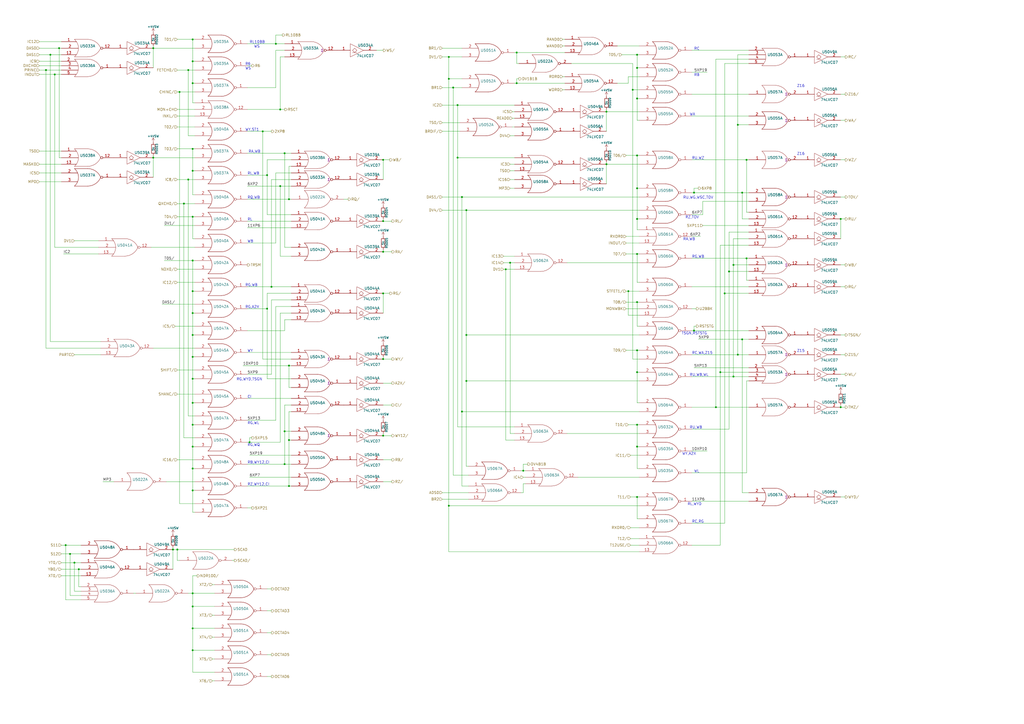
<source format=kicad_sch>
(kicad_sch (version 20211123) (generator eeschema)
  (paper "A2")
  (junction (at 369.57 90.17))
  (junction (at 111.76 151.13))
  (junction (at 40.64 321.31))
  (junction (at 111.76 364.49))
  (junction (at 369.57 259.08))
  (junction (at 430.53 111.76))
  (junction (at 157.48 166.37))
  (junction (at 167.64 212.09))
  (junction (at 162.56 107.95))
  (junction (at 369.57 215.9))
  (junction (at 369.57 31.75))
  (junction (at 165.1 88.9))
  (junction (at 43.18 326.39))
  (junction (at 369.57 39.37))
  (junction (at 111.76 35.56))
  (junction (at 154.94 101.6))
  (junction (at 430.53 196.85))
  (junction (at 38.1 316.23))
  (junction (at 267.97 238.76))
  (junction (at 109.22 40.64))
  (junction (at 295.91 152.4))
  (junction (at 31.75 43.18))
  (junction (at 222.25 146.05))
  (junction (at 154.94 179.07))
  (junction (at 425.45 153.67))
  (junction (at 111.76 86.36))
  (junction (at 402.59 191.77))
  (junction (at 88.9 91.44))
  (junction (at 167.64 115.57))
  (junction (at 111.76 207.01))
  (junction (at 109.22 104.14))
  (junction (at 29.21 31.75))
  (junction (at 88.9 27.94))
  (junction (at 111.76 344.17))
  (junction (at 222.25 170.18))
  (junction (at 104.14 53.34))
  (junction (at 260.35 33.02))
  (junction (at 367.03 52.07))
  (junction (at 111.76 284.48))
  (junction (at 222.25 208.28))
  (junction (at 165.1 269.24))
  (junction (at 111.76 181.61))
  (junction (at 433.07 149.86))
  (junction (at 102.87 318.77))
  (junction (at 26.67 40.64))
  (junction (at 369.57 288.29))
  (junction (at 420.37 170.18))
  (junction (at 152.4 76.2))
  (junction (at 417.83 215.9))
  (junction (at 270.51 220.98))
  (junction (at 111.76 271.78))
  (junction (at 369.57 57.15))
  (junction (at 260.35 45.72))
  (junction (at 167.64 255.27))
  (junction (at 270.51 121.92))
  (junction (at 364.49 168.91))
  (junction (at 351.79 95.25))
  (junction (at 427.99 72.39))
  (junction (at 422.91 157.48))
  (junction (at 260.35 293.37))
  (junction (at 369.57 109.22))
  (junction (at 425.45 218.44))
  (junction (at 369.57 127))
  (junction (at 222.25 128.27))
  (junction (at 111.76 48.26))
  (junction (at 299.72 48.26))
  (junction (at 369.57 175.26))
  (junction (at 427.99 205.74))
  (junction (at 222.25 92.71))
  (junction (at 369.57 203.2))
  (junction (at 270.51 194.31))
  (junction (at 111.76 259.08))
  (junction (at 303.53 273.05))
  (junction (at 111.76 125.73))
  (junction (at 293.37 156.21))
  (junction (at 106.68 118.11))
  (junction (at 100.33 318.77))
  (junction (at 265.43 91.44))
  (junction (at 162.56 63.5))
  (junction (at 415.29 236.22))
  (junction (at 165.1 250.19))
  (junction (at 267.97 114.3))
  (junction (at 299.72 30.48))
  (junction (at 111.76 168.91))
  (junction (at 111.76 377.19))
  (junction (at 45.72 330.2))
  (junction (at 222.25 252.73))
  (junction (at 167.64 281.94))
  (junction (at 487.68 127))
  (junction (at 433.07 92.71))
  (junction (at 351.79 64.77))
  (junction (at 487.68 236.22))
  (junction (at 369.57 147.32))
  (junction (at 111.76 194.31))
  (junction (at 111.76 233.68))
  (junction (at 144.78 256.54))
  (junction (at 111.76 351.79))
  (junction (at 34.29 27.94))
  (junction (at 265.43 60.96))
  (junction (at 262.89 50.8))
  (junction (at 111.76 22.86))
  (junction (at 369.57 246.38))
  (junction (at 111.76 219.71))
  (junction (at 402.59 111.76))
  (junction (at 111.76 246.38))
  (junction (at 111.76 99.06))
  (junction (at 160.02 25.4))
  (wire (pts (xy 111.76 48.26) (xy 111.76 59.69)))
  (wire (pts (xy 369.57 246.38) (xy 369.57 259.08)))
  (wire (pts (xy 433.07 92.71) (xy 433.07 123.19)))
  (wire (pts (xy 102.87 40.64) (xy 109.22 40.64)))
  (wire (pts (xy 43.18 326.39) (xy 46.99 326.39)))
  (wire (pts (xy 109.22 104.14) (xy 113.03 104.14)))
  (wire (pts (xy 260.35 33.02) (xy 267.97 33.02)))
  (wire (pts (xy 265.43 60.96) (xy 265.43 91.44)))
  (wire (pts (xy 31.75 43.18) (xy 35.56 43.18)))
  (wire (pts (xy 144.78 256.54) (xy 144.78 254)))
  (wire (pts (xy 335.28 276.86) (xy 370.84 276.86)))
  (wire (pts (xy 160.02 177.8) (xy 168.91 177.8)))
  (wire (pts (xy 351.79 95.25) (xy 370.84 95.25)))
  (wire (pts (xy 109.22 78.74) (xy 113.03 78.74)))
  (wire (pts (xy 154.94 179.07) (xy 154.94 219.71)))
  (wire (pts (xy 401.32 137.16) (xy 406.4 137.16)))
  (wire (pts (xy 298.45 48.26) (xy 299.72 48.26)))
  (wire (pts (xy 160.02 25.4) (xy 165.1 25.4)))
  (wire (pts (xy 298.45 68.58) (xy 297.18 68.58)))
  (wire (pts (xy 45.72 340.36) (xy 45.72 330.2)))
  (wire (pts (xy 256.54 27.94) (xy 267.97 27.94)))
  (wire (pts (xy 143.51 132.08) (xy 168.91 132.08)))
  (wire (pts (xy 434.34 134.62) (xy 422.91 134.62)))
  (wire (pts (xy 157.48 217.17) (xy 143.51 217.17)))
  (wire (pts (xy 143.51 140.97) (xy 160.02 140.97)))
  (wire (pts (xy 199.39 115.57) (xy 201.93 115.57)))
  (wire (pts (xy 369.57 233.68) (xy 370.84 233.68)))
  (wire (pts (xy 430.53 127) (xy 434.34 127)))
  (wire (pts (xy 35.56 100.33) (xy 22.86 100.33)))
  (wire (pts (xy 113.03 228.6) (xy 102.87 228.6)))
  (wire (pts (xy 143.51 243.84) (xy 160.02 243.84)))
  (wire (pts (xy 267.97 238.76) (xy 370.84 238.76)))
  (wire (pts (xy 487.68 288.29) (xy 490.22 288.29)))
  (wire (pts (xy 143.51 281.94) (xy 167.64 281.94)))
  (wire (pts (xy 165.1 185.42) (xy 168.91 185.42)))
  (wire (pts (xy 165.1 234.95) (xy 168.91 234.95)))
  (wire (pts (xy 111.76 22.86) (xy 111.76 35.56)))
  (wire (pts (xy 401.32 290.83) (xy 434.34 290.83)))
  (wire (pts (xy 351.79 63.5) (xy 351.79 64.77)))
  (wire (pts (xy 270.51 220.98) (xy 270.51 270.51)))
  (wire (pts (xy 363.22 203.2) (xy 369.57 203.2)))
  (wire (pts (xy 154.94 92.71) (xy 154.94 101.6)))
  (wire (pts (xy 167.64 224.79) (xy 168.91 224.79)))
  (wire (pts (xy 369.57 215.9) (xy 370.84 215.9)))
  (wire (pts (xy 143.51 231.14) (xy 168.91 231.14)))
  (wire (pts (xy 165.1 191.77) (xy 165.1 185.42)))
  (wire (pts (xy 401.32 92.71) (xy 433.07 92.71)))
  (wire (pts (xy 165.1 234.95) (xy 165.1 250.19)))
  (wire (pts (xy 434.34 213.36) (xy 402.59 213.36)))
  (wire (pts (xy 487.68 114.3) (xy 490.22 114.3)))
  (wire (pts (xy 35.56 334.01) (xy 46.99 334.01)))
  (wire (pts (xy 22.86 38.1) (xy 35.56 38.1)))
  (wire (pts (xy 358.14 48.26) (xy 364.49 48.26)))
  (wire (pts (xy 364.49 168.91) (xy 370.84 168.91)))
  (wire (pts (xy 369.57 90.17) (xy 370.84 90.17)))
  (wire (pts (xy 109.22 104.14) (xy 109.22 241.3)))
  (wire (pts (xy 111.76 125.73) (xy 111.76 138.43)))
  (wire (pts (xy 422.91 248.92) (xy 401.32 248.92)))
  (wire (pts (xy 222.25 146.05) (xy 227.33 146.05)))
  (wire (pts (xy 369.57 133.35) (xy 370.84 133.35)))
  (wire (pts (xy 299.72 36.83) (xy 300.99 36.83)))
  (wire (pts (xy 143.51 179.07) (xy 154.94 179.07)))
  (wire (pts (xy 369.57 147.32) (xy 370.84 147.32)))
  (wire (pts (xy 22.86 95.25) (xy 35.56 95.25)))
  (wire (pts (xy 111.76 207.01) (xy 113.03 207.01)))
  (wire (pts (xy 154.94 170.18) (xy 168.91 170.18)))
  (wire (pts (xy 162.56 256.54) (xy 162.56 181.61)))
  (wire (pts (xy 270.51 220.98) (xy 370.84 220.98)))
  (wire (pts (xy 111.76 181.61) (xy 113.03 181.61)))
  (wire (pts (xy 22.86 40.64) (xy 26.67 40.64)))
  (wire (pts (xy 104.14 53.34) (xy 104.14 292.1)))
  (wire (pts (xy 143.51 76.2) (xy 152.4 76.2)))
  (wire (pts (xy 369.57 300.99) (xy 370.84 300.99)))
  (wire (pts (xy 66.04 279.4) (xy 59.69 279.4)))
  (wire (pts (xy 109.22 40.64) (xy 113.03 40.64)))
  (wire (pts (xy 417.83 316.23) (xy 401.32 316.23)))
  (wire (pts (xy 298.45 78.74) (xy 295.91 78.74)))
  (wire (pts (xy 143.51 101.6) (xy 154.94 101.6)))
  (wire (pts (xy 425.45 153.67) (xy 425.45 218.44)))
  (wire (pts (xy 422.91 157.48) (xy 422.91 248.92)))
  (wire (pts (xy 360.68 31.75) (xy 369.57 31.75)))
  (wire (pts (xy 293.37 156.21) (xy 293.37 255.27)))
  (wire (pts (xy 96.52 279.4) (xy 113.03 279.4)))
  (wire (pts (xy 430.53 196.85) (xy 430.53 285.75)))
  (wire (pts (xy 270.51 121.92) (xy 370.84 121.92)))
  (wire (pts (xy 222.25 266.7) (xy 227.33 266.7)))
  (wire (pts (xy 111.76 297.18) (xy 113.03 297.18)))
  (wire (pts (xy 331.47 36.83) (xy 367.03 36.83)))
  (wire (pts (xy 111.76 246.38) (xy 113.03 246.38)))
  (wire (pts (xy 111.76 377.19) (xy 124.46 377.19)))
  (wire (pts (xy 35.56 321.31) (xy 40.64 321.31)))
  (wire (pts (xy 165.1 88.9) (xy 168.91 88.9)))
  (wire (pts (xy 267.97 114.3) (xy 370.84 114.3)))
  (wire (pts (xy 152.4 208.28) (xy 168.91 208.28)))
  (wire (pts (xy 401.32 111.76) (xy 402.59 111.76)))
  (wire (pts (xy 303.53 273.05) (xy 303.53 269.24)))
  (wire (pts (xy 370.84 306.07) (xy 365.76 306.07)))
  (wire (pts (xy 168.91 250.19) (xy 165.1 250.19)))
  (wire (pts (xy 104.14 53.34) (xy 113.03 53.34)))
  (wire (pts (xy 113.03 194.31) (xy 111.76 194.31)))
  (wire (pts (xy 57.15 139.7) (xy 43.18 139.7)))
  (wire (pts (xy 111.76 364.49) (xy 111.76 377.19)))
  (wire (pts (xy 88.9 91.44) (xy 88.9 102.87)))
  (wire (pts (xy 160.02 100.33) (xy 168.91 100.33)))
  (wire (pts (xy 167.64 281.94) (xy 168.91 281.94)))
  (wire (pts (xy 299.72 48.26) (xy 299.72 45.72)))
  (wire (pts (xy 102.87 73.66) (xy 113.03 73.66)))
  (wire (pts (xy 102.87 53.34) (xy 104.14 53.34)))
  (wire (pts (xy 46.99 345.44) (xy 40.64 345.44)))
  (wire (pts (xy 167.64 115.57) (xy 167.64 96.52)))
  (wire (pts (xy 260.35 33.02) (xy 260.35 45.72)))
  (wire (pts (xy 369.57 203.2) (xy 369.57 215.9)))
  (wire (pts (xy 298.45 30.48) (xy 299.72 30.48)))
  (wire (pts (xy 111.76 35.56) (xy 113.03 35.56)))
  (wire (pts (xy 77.47 344.17) (xy 78.74 344.17)))
  (wire (pts (xy 46.99 340.36) (xy 45.72 340.36)))
  (wire (pts (xy 165.1 250.19) (xy 165.1 269.24)))
  (wire (pts (xy 487.68 194.31) (xy 490.22 194.31)))
  (wire (pts (xy 365.76 264.16) (xy 370.84 264.16)))
  (wire (pts (xy 104.14 292.1) (xy 113.03 292.1)))
  (wire (pts (xy 369.57 39.37) (xy 370.84 39.37)))
  (wire (pts (xy 370.84 26.67) (xy 358.14 26.67)))
  (wire (pts (xy 256.54 60.96) (xy 265.43 60.96)))
  (wire (pts (xy 168.91 173.99) (xy 157.48 173.99)))
  (wire (pts (xy 22.86 43.18) (xy 31.75 43.18)))
  (wire (pts (xy 102.87 86.36) (xy 111.76 86.36)))
  (wire (pts (xy 260.35 45.72) (xy 260.35 293.37)))
  (wire (pts (xy 88.9 26.67) (xy 88.9 27.94)))
  (wire (pts (xy 420.37 36.83) (xy 420.37 170.18)))
  (wire (pts (xy 369.57 39.37) (xy 369.57 57.15)))
  (wire (pts (xy 35.56 316.23) (xy 38.1 316.23)))
  (wire (pts (xy 124.46 339.09) (xy 123.19 339.09)))
  (wire (pts (xy 434.34 67.31) (xy 401.32 67.31)))
  (wire (pts (xy 363.22 168.91) (xy 364.49 168.91)))
  (wire (pts (xy 434.34 130.81) (xy 407.67 130.81)))
  (wire (pts (xy 111.76 351.79) (xy 124.46 351.79)))
  (wire (pts (xy 113.03 63.5) (xy 102.87 63.5)))
  (wire (pts (xy 303.53 273.05) (xy 304.8 273.05)))
  (wire (pts (xy 295.91 152.4) (xy 298.45 152.4)))
  (wire (pts (xy 401.32 41.91) (xy 410.21 41.91)))
  (wire (pts (xy 427.99 205.74) (xy 434.34 205.74)))
  (wire (pts (xy 401.32 236.22) (xy 415.29 236.22)))
  (wire (pts (xy 367.03 52.07) (xy 370.84 52.07)))
  (wire (pts (xy 369.57 175.26) (xy 370.84 175.26)))
  (wire (pts (xy 402.59 189.23) (xy 403.86 189.23)))
  (wire (pts (xy 143.51 107.95) (xy 162.56 107.95)))
  (wire (pts (xy 434.34 31.75) (xy 427.99 31.75)))
  (wire (pts (xy 433.07 92.71) (xy 434.34 92.71)))
  (wire (pts (xy 26.67 40.64) (xy 35.56 40.64)))
  (wire (pts (xy 218.44 29.21) (xy 222.25 29.21)))
  (wire (pts (xy 487.68 217.17) (xy 490.22 217.17)))
  (wire (pts (xy 351.79 95.25) (xy 351.79 106.68)))
  (wire (pts (xy 102.87 22.86) (xy 111.76 22.86)))
  (wire (pts (xy 87.63 143.51) (xy 113.03 143.51)))
  (wire (pts (xy 88.9 201.93) (xy 113.03 201.93)))
  (wire (pts (xy 36.83 147.32) (xy 57.15 147.32)))
  (wire (pts (xy 102.87 104.14) (xy 109.22 104.14)))
  (wire (pts (xy 417.83 215.9) (xy 434.34 215.9)))
  (wire (pts (xy 38.1 347.98) (xy 38.1 316.23)))
  (wire (pts (xy 22.86 105.41) (xy 35.56 105.41)))
  (wire (pts (xy 43.18 342.9) (xy 43.18 326.39)))
  (wire (pts (xy 111.76 334.01) (xy 111.76 344.17)))
  (wire (pts (xy 270.51 270.51) (xy 271.78 270.51)))
  (wire (pts (xy 401.32 179.07) (xy 403.86 179.07)))
  (wire (pts (xy 95.25 151.13) (xy 111.76 151.13)))
  (wire (pts (xy 111.76 59.69) (xy 113.03 59.69)))
  (wire (pts (xy 363.22 90.17) (xy 369.57 90.17)))
  (wire (pts (xy 109.22 40.64) (xy 109.22 78.74)))
  (wire (pts (xy 422.91 134.62) (xy 422.91 157.48)))
  (wire (pts (xy 111.76 351.79) (xy 111.76 364.49)))
  (wire (pts (xy 45.72 330.2) (xy 46.99 330.2)))
  (wire (pts (xy 369.57 259.08) (xy 369.57 271.78)))
  (wire (pts (xy 425.45 218.44) (xy 434.34 218.44)))
  (wire (pts (xy 367.03 36.83) (xy 367.03 52.07)))
  (wire (pts (xy 222.25 146.05) (xy 222.25 144.78)))
  (wire (pts (xy 167.64 212.09) (xy 168.91 212.09)))
  (wire (pts (xy 106.68 118.11) (xy 113.03 118.11)))
  (wire (pts (xy 364.49 44.45) (xy 370.84 44.45)))
  (wire (pts (xy 293.37 255.27) (xy 298.45 255.27)))
  (wire (pts (xy 29.21 31.75) (xy 35.56 31.75)))
  (wire (pts (xy 369.57 90.17) (xy 369.57 109.22)))
  (wire (pts (xy 31.75 43.18) (xy 31.75 143.51)))
  (wire (pts (xy 168.91 204.47) (xy 143.51 204.47)))
  (wire (pts (xy 22.86 31.75) (xy 29.21 31.75)))
  (wire (pts (xy 168.91 148.59) (xy 162.56 148.59)))
  (wire (pts (xy 363.22 175.26) (xy 369.57 175.26)))
  (wire (pts (xy 162.56 33.02) (xy 165.1 33.02)))
  (wire (pts (xy 265.43 60.96) (xy 298.45 60.96)))
  (wire (pts (xy 401.32 124.46) (xy 407.67 124.46)))
  (wire (pts (xy 369.57 147.32) (xy 369.57 163.83)))
  (wire (pts (xy 111.76 86.36) (xy 111.76 99.06)))
  (wire (pts (xy 167.64 212.09) (xy 167.64 224.79)))
  (wire (pts (xy 111.76 99.06) (xy 111.76 113.03)))
  (wire (pts (xy 326.39 52.07) (xy 327.66 52.07)))
  (wire (pts (xy 162.56 63.5) (xy 162.56 33.02)))
  (wire (pts (xy 260.35 293.37) (xy 370.84 293.37)))
  (wire (pts (xy 256.54 285.75) (xy 271.78 285.75)))
  (wire (pts (xy 111.76 271.78) (xy 111.76 284.48)))
  (wire (pts (xy 222.25 208.28) (xy 227.33 208.28)))
  (wire (pts (xy 267.97 281.94) (xy 271.78 281.94)))
  (wire (pts (xy 222.25 170.18) (xy 222.25 181.61)))
  (wire (pts (xy 102.87 67.31) (xy 113.03 67.31)))
  (wire (pts (xy 143.51 50.8) (xy 160.02 50.8)))
  (wire (pts (xy 369.57 288.29) (xy 370.84 288.29)))
  (wire (pts (xy 369.57 259.08) (xy 370.84 259.08)))
  (wire (pts (xy 160.02 20.32) (xy 163.83 20.32)))
  (wire (pts (xy 297.18 64.77) (xy 298.45 64.77)))
  (wire (pts (xy 165.1 269.24) (xy 168.91 269.24)))
  (wire (pts (xy 22.86 24.13) (xy 35.56 24.13)))
  (wire (pts (xy 113.03 271.78) (xy 111.76 271.78)))
  (wire (pts (xy 433.07 149.86) (xy 434.34 149.86)))
  (wire (pts (xy 298.45 95.25) (xy 295.91 95.25)))
  (wire (pts (xy 326.39 22.86) (xy 327.66 22.86)))
  (wire (pts (xy 402.59 109.22) (xy 405.13 109.22)))
  (wire (pts (xy 143.51 25.4) (xy 160.02 25.4)))
  (wire (pts (xy 88.9 90.17) (xy 88.9 91.44)))
  (wire (pts (xy 256.54 33.02) (xy 260.35 33.02)))
  (wire (pts (xy 167.64 255.27) (xy 167.64 281.94)))
  (wire (pts (xy 22.86 27.94) (xy 34.29 27.94)))
  (wire (pts (xy 265.43 91.44) (xy 298.45 91.44)))
  (wire (pts (xy 401.32 218.44) (xy 425.45 218.44)))
  (wire (pts (xy 144.78 254) (xy 146.05 254)))
  (wire (pts (xy 222.25 234.95) (xy 227.33 234.95)))
  (wire (pts (xy 111.76 259.08) (xy 111.76 271.78)))
  (wire (pts (xy 369.57 175.26) (xy 369.57 189.23)))
  (wire (pts (xy 401.32 261.62) (xy 410.21 261.62)))
  (wire (pts (xy 420.37 170.18) (xy 434.34 170.18)))
  (wire (pts (xy 40.64 321.31) (xy 46.99 321.31)))
  (wire (pts (xy 299.72 30.48) (xy 327.66 30.48)))
  (wire (pts (xy 157.48 354.33) (xy 154.94 354.33)))
  (wire (pts (xy 134.62 325.12) (xy 135.89 325.12)))
  (wire (pts (xy 35.56 326.39) (xy 43.18 326.39)))
  (wire (pts (xy 111.76 246.38) (xy 111.76 259.08)))
  (wire (pts (xy 111.76 138.43) (xy 113.03 138.43)))
  (wire (pts (xy 88.9 27.94) (xy 113.03 27.94)))
  (wire (pts (xy 351.79 93.98) (xy 351.79 95.25)))
  (wire (pts (xy 168.91 264.16) (xy 144.78 264.16)))
  (wire (pts (xy 35.56 330.2) (xy 45.72 330.2)))
  (wire (pts (xy 111.76 334.01) (xy 114.3 334.01)))
  (wire (pts (xy 124.46 394.97) (xy 123.19 394.97)))
  (wire (pts (xy 415.29 236.22) (xy 415.29 34.29)))
  (wire (pts (xy 299.72 48.26) (xy 327.66 48.26)))
  (wire (pts (xy 401.32 205.74) (xy 427.99 205.74)))
  (wire (pts (xy 402.59 111.76) (xy 402.59 109.22)))
  (wire (pts (xy 430.53 285.75) (xy 434.34 285.75)))
  (wire (pts (xy 100.33 318.77) (xy 100.33 330.2)))
  (wire (pts (xy 157.48 341.63) (xy 154.94 341.63)))
  (wire (pts (xy 113.03 176.53) (xy 93.98 176.53)))
  (wire (pts (xy 270.51 194.31) (xy 270.51 220.98)))
  (wire (pts (xy 38.1 316.23) (xy 46.99 316.23)))
  (wire (pts (xy 160.02 50.8) (xy 160.02 29.21)))
  (wire (pts (xy 111.76 86.36) (xy 113.03 86.36)))
  (wire (pts (xy 487.68 127) (xy 490.22 127)))
  (wire (pts (xy 111.76 219.71) (xy 113.03 219.71)))
  (wire (pts (xy 222.25 128.27) (xy 222.25 127)))
  (wire (pts (xy 111.76 35.56) (xy 111.76 48.26)))
  (wire (pts (xy 420.37 36.83) (xy 434.34 36.83)))
  (wire (pts (xy 111.76 344.17) (xy 124.46 344.17)))
  (wire (pts (xy 303.53 269.24) (xy 306.07 269.24)))
  (wire (pts (xy 434.34 142.24) (xy 417.83 142.24)))
  (wire (pts (xy 351.79 64.77) (xy 370.84 64.77)))
  (wire (pts (xy 402.59 191.77) (xy 434.34 191.77)))
  (wire (pts (xy 262.89 275.59) (xy 271.78 275.59)))
  (wire (pts (xy 427.99 72.39) (xy 427.99 205.74)))
  (wire (pts (xy 292.1 152.4) (xy 295.91 152.4)))
  (wire (pts (xy 417.83 142.24) (xy 417.83 215.9)))
  (wire (pts (xy 407.67 124.46) (xy 407.67 116.84)))
  (wire (pts (xy 111.76 194.31) (xy 111.76 207.01)))
  (wire (pts (xy 304.8 276.86) (xy 303.53 276.86)))
  (wire (pts (xy 160.02 243.84) (xy 160.02 177.8)))
  (wire (pts (xy 402.59 111.76) (xy 430.53 111.76)))
  (wire (pts (xy 487.68 69.85) (xy 490.22 69.85)))
  (wire (pts (xy 302.26 285.75) (xy 303.53 285.75)))
  (wire (pts (xy 143.51 256.54) (xy 144.78 256.54)))
  (wire (pts (xy 111.76 284.48) (xy 111.76 297.18)))
  (wire (pts (xy 34.29 27.94) (xy 34.29 91.44)))
  (wire (pts (xy 26.67 201.93) (xy 58.42 201.93)))
  (wire (pts (xy 256.54 76.2) (xy 266.7 76.2)))
  (wire (pts (xy 425.45 138.43) (xy 434.34 138.43)))
  (wire (pts (xy 420.37 170.18) (xy 420.37 303.53)))
  (wire (pts (xy 222.25 252.73) (xy 222.25 251.46)))
  (wire (pts (xy 407.67 116.84) (xy 434.34 116.84)))
  (wire (pts (xy 297.18 73.66) (xy 298.45 73.66)))
  (wire (pts (xy 369.57 31.75) (xy 369.57 39.37)))
  (wire (pts (xy 111.76 113.03) (xy 113.03 113.03)))
  (wire (pts (xy 427.99 31.75) (xy 427.99 72.39)))
  (wire (pts (xy 31.75 143.51) (xy 57.15 143.51)))
  (wire (pts (xy 154.94 124.46) (xy 168.91 124.46)))
  (wire (pts (xy 157.48 367.03) (xy 154.94 367.03)))
  (wire (pts (xy 433.07 274.32) (xy 401.32 274.32)))
  (wire (pts (xy 111.76 125.73) (xy 113.03 125.73)))
  (wire (pts (xy 326.39 44.45) (xy 327.66 44.45)))
  (wire (pts (xy 111.76 151.13) (xy 111.76 168.91)))
  (wire (pts (xy 102.87 325.12) (xy 104.14 325.12)))
  (wire (pts (xy 260.35 320.04) (xy 370.84 320.04)))
  (wire (pts (xy 102.87 318.77) (xy 135.89 318.77)))
  (wire (pts (xy 369.57 288.29) (xy 369.57 300.99)))
  (wire (pts (xy 140.97 212.09) (xy 167.64 212.09)))
  (wire (pts (xy 167.64 238.76) (xy 167.64 255.27)))
  (wire (pts (xy 417.83 215.9) (xy 417.83 316.23)))
  (wire (pts (xy 367.03 208.28) (xy 370.84 208.28)))
  (wire (pts (xy 370.84 312.42) (xy 365.76 312.42)))
  (wire (pts (xy 262.89 50.8) (xy 267.97 50.8)))
  (wire (pts (xy 295.91 99.06) (xy 298.45 99.06)))
  (wire (pts (xy 162.56 181.61) (xy 168.91 181.61)))
  (wire (pts (xy 111.76 207.01) (xy 111.76 219.71)))
  (wire (pts (xy 22.86 35.56) (xy 35.56 35.56)))
  (wire (pts (xy 303.53 285.75) (xy 303.53 280.67)))
  (wire (pts (xy 328.93 251.46) (xy 370.84 251.46)))
  (wire (pts (xy 351.79 64.77) (xy 351.79 76.2)))
  (wire (pts (xy 162.56 107.95) (xy 168.91 107.95)))
  (wire (pts (xy 111.76 168.91) (xy 111.76 181.61)))
  (wire (pts (xy 295.91 104.14) (xy 298.45 104.14)))
  (wire (pts (xy 369.57 203.2) (xy 370.84 203.2)))
  (wire (pts (xy 369.57 246.38) (xy 370.84 246.38)))
  (wire (pts (xy 299.72 45.72) (xy 300.99 45.72)))
  (wire (pts (xy 222.25 252.73) (xy 227.33 252.73)))
  (wire (pts (xy 143.51 38.1) (xy 146.05 38.1)))
  (wire (pts (xy 265.43 91.44) (xy 265.43 247.65)))
  (wire (pts (xy 487.68 166.37) (xy 490.22 166.37)))
  (wire (pts (xy 111.76 22.86) (xy 113.03 22.86)))
  (wire (pts (xy 222.25 92.71) (xy 222.25 104.14)))
  (wire (pts (xy 111.76 344.17) (xy 111.76 351.79)))
  (wire (pts (xy 401.32 191.77) (xy 402.59 191.77)))
  (wire (pts (xy 160.02 25.4) (xy 160.02 20.32)))
  (wire (pts (xy 95.25 130.81) (xy 113.03 130.81)))
  (wire (pts (xy 88.9 91.44) (xy 113.03 91.44)))
  (wire (pts (xy 369.57 69.85) (xy 370.84 69.85)))
  (wire (pts (xy 364.49 48.26) (xy 364.49 44.45)))
  (wire (pts (xy 34.29 91.44) (xy 35.56 91.44)))
  (wire (pts (xy 111.76 168.91) (xy 113.03 168.91)))
  (wire (pts (xy 369.57 163.83) (xy 370.84 163.83)))
  (wire (pts (xy 433.07 149.86) (xy 433.07 162.56)))
  (wire (pts (xy 124.46 356.87) (xy 123.19 356.87)))
  (wire (pts (xy 256.54 114.3) (xy 267.97 114.3)))
  (wire (pts (xy 487.68 127) (xy 487.68 138.43)))
  (wire (pts (xy 111.76 364.49) (xy 124.46 364.49)))
  (wire (pts (xy 487.68 234.95) (xy 487.68 236.22)))
  (wire (pts (xy 152.4 76.2) (xy 152.4 208.28)))
  (wire (pts (xy 370.84 109.22) (xy 369.57 109.22)))
  (wire (pts (xy 109.22 241.3) (xy 113.03 241.3)))
  (wire (pts (xy 363.22 147.32) (xy 369.57 147.32)))
  (wire (pts (xy 369.57 109.22) (xy 369.57 127)))
  (wire (pts (xy 364.49 182.88) (xy 364.49 168.91)))
  (wire (pts (xy 266.7 71.12) (xy 256.54 71.12)))
  (wire (pts (xy 111.76 389.89) (xy 124.46 389.89)))
  (wire (pts (xy 260.35 293.37) (xy 260.35 320.04)))
  (wire (pts (xy 124.46 369.57) (xy 123.19 369.57)))
  (wire (pts (xy 265.43 247.65) (xy 298.45 247.65)))
  (wire (pts (xy 365.76 288.29) (xy 369.57 288.29)))
  (wire (pts (xy 365.76 316.23) (xy 370.84 316.23)))
  (wire (pts (xy 113.03 99.06) (xy 111.76 99.06)))
  (wire (pts (xy 364.49 246.38) (xy 369.57 246.38)))
  (wire (pts (xy 26.67 40.64) (xy 26.67 201.93)))
  (wire (pts (xy 40.64 345.44) (xy 40.64 321.31)))
  (wire (pts (xy 152.4 76.2) (xy 157.48 76.2)))
  (wire (pts (xy 430.53 111.76) (xy 430.53 127)))
  (wire (pts (xy 106.68 254) (xy 113.03 254)))
  (wire (pts (xy 154.94 219.71) (xy 168.91 219.71)))
  (wire (pts (xy 102.87 118.11) (xy 106.68 118.11)))
  (wire (pts (xy 111.76 151.13) (xy 113.03 151.13)))
  (wire (pts (xy 144.78 256.54) (xy 162.56 256.54)))
  (wire (pts (xy 292.1 156.21) (xy 293.37 156.21)))
  (wire (pts (xy 303.53 280.67) (xy 304.8 280.67)))
  (wire (pts (xy 425.45 138.43) (xy 425.45 153.67)))
  (wire (pts (xy 222.25 279.4) (xy 227.33 279.4)))
  (wire (pts (xy 113.03 214.63) (xy 102.87 214.63)))
  (wire (pts (xy 102.87 163.83) (xy 113.03 163.83)))
  (wire (pts (xy 433.07 220.98) (xy 433.07 274.32)))
  (wire (pts (xy 157.48 104.14) (xy 168.91 104.14)))
  (wire (pts (xy 222.25 128.27) (xy 227.33 128.27)))
  (wire (pts (xy 425.45 153.67) (xy 434.34 153.67)))
  (wire (pts (xy 109.22 344.17) (xy 111.76 344.17)))
  (wire (pts (xy 295.91 251.46) (xy 298.45 251.46)))
  (wire (pts (xy 433.07 123.19) (xy 434.34 123.19)))
  (wire (pts (xy 22.86 87.63) (xy 35.56 87.63)))
  (wire (pts (xy 433.07 162.56) (xy 434.34 162.56)))
  (wire (pts (xy 434.34 220.98) (xy 433.07 220.98)))
  (wire (pts (xy 369.57 127) (xy 369.57 133.35)))
  (wire (pts (xy 154.94 101.6) (xy 154.94 124.46)))
  (wire (pts (xy 256.54 121.92) (xy 270.51 121.92)))
  (wire (pts (xy 167.64 238.76) (xy 168.91 238.76)))
  (wire (pts (xy 487.68 33.02) (xy 490.22 33.02)))
  (wire (pts (xy 434.34 29.21) (xy 401.32 29.21)))
  (wire (pts (xy 143.51 63.5) (xy 162.56 63.5)))
  (wire (pts (xy 363.22 140.97) (xy 370.84 140.97)))
  (wire (pts (xy 143.51 128.27) (xy 168.91 128.27)))
  (wire (pts (xy 143.51 269.24) (xy 165.1 269.24)))
  (wire (pts (xy 256.54 50.8) (xy 262.89 50.8)))
  (wire (pts (xy 157.48 173.99) (xy 157.48 217.17)))
  (wire (pts (xy 370.84 152.4) (xy 328.93 152.4)))
  (wire (pts (xy 369.57 127) (xy 370.84 127)))
  (wire (pts (xy 143.51 166.37) (xy 157.48 166.37)))
  (wire (pts (xy 34.29 27.94) (xy 35.56 27.94)))
  (wire (pts (xy 369.57 57.15) (xy 369.57 69.85)))
  (wire (pts (xy 111.76 259.08) (xy 113.03 259.08)))
  (wire (pts (xy 295.91 152.4) (xy 295.91 251.46)))
  (wire (pts (xy 420.37 303.53) (xy 401.32 303.53)))
  (wire (pts (xy 367.03 52.07) (xy 367.03 208.28)))
  (wire (pts (xy 222.25 208.28) (xy 222.25 207.01)))
  (wire (pts (xy 58.42 205.74) (xy 43.18 205.74)))
  (wire (pts (xy 434.34 54.61) (xy 401.32 54.61)))
  (wire (pts (xy 46.99 342.9) (xy 43.18 342.9)))
  (wire (pts (xy 157.48 166.37) (xy 157.48 104.14)))
  (wire (pts (xy 111.76 181.61) (xy 111.76 194.31)))
  (wire (pts (xy 256.54 289.56) (xy 271.78 289.56)))
  (wire (pts (xy 222.25 170.18) (xy 226.06 170.18)))
  (wire (pts (xy 487.68 236.22) (xy 490.22 236.22)))
  (wire (pts (xy 405.13 196.85) (xy 430.53 196.85)))
  (wire (pts (xy 487.68 205.74) (xy 490.22 205.74)))
  (wire (pts (xy 143.51 88.9) (xy 165.1 88.9)))
  (wire (pts (xy 487.68 54.61) (xy 490.22 54.61)))
  (wire (pts (xy 165.1 143.51) (xy 168.91 143.51)))
  (wire (pts (xy 143.51 115.57) (xy 167.64 115.57)))
  (wire (pts (xy 157.48 379.73) (xy 154.94 379.73)))
  (wire (pts (xy 427.99 72.39) (xy 434.34 72.39)))
  (wire (pts (xy 113.03 189.23) (xy 101.6 189.23)))
  (wire (pts (xy 487.68 92.71) (xy 490.22 92.71)))
  (wire (pts (xy 299.72 30.48) (xy 299.72 36.83)))
  (wire (pts (xy 270.51 194.31) (xy 370.84 194.31)))
  (wire (pts (xy 29.21 198.12) (xy 58.42 198.12)))
  (wire (pts (xy 157.48 166.37) (xy 168.91 166.37)))
  (wire (pts (xy 113.03 284.48) (xy 111.76 284.48)))
  (wire (pts (xy 160.02 29.21) (xy 165.1 29.21)))
  (wire (pts (xy 111.76 233.68) (xy 113.03 233.68)))
  (wire (pts (xy 168.91 255.27) (xy 167.64 255.27)))
  (wire (pts (xy 106.68 118.11) (xy 106.68 254)))
  (wire (pts (xy 369.57 271.78) (xy 370.84 271.78)))
  (wire (pts (xy 111.76 233.68) (xy 111.76 246.38)))
  (wire (pts (xy 326.39 26.67) (xy 327.66 26.67)))
  (wire (pts (xy 46.99 347.98) (xy 38.1 347.98)))
  (wire (pts (xy 370.84 179.07) (xy 363.22 179.07)))
  (wire (pts (xy 100.33 317.5) (xy 100.33 318.77)))
  (wire (pts (xy 267.97 114.3) (xy 267.97 238.76)))
  (wire (pts (xy 88.9 27.94) (xy 88.9 39.37)))
  (wire (pts (xy 222.25 92.71) (xy 226.06 92.71)))
  (wire (pts (xy 100.33 318.77) (xy 102.87 318.77)))
  (wire (pts (xy 430.53 111.76) (xy 434.34 111.76)))
  (wire (pts (xy 369.57 31.75) (xy 370.84 31.75)))
  (wire (pts (xy 154.94 170.18) (xy 154.94 179.07)))
  (wire (pts (xy 124.46 382.27) (xy 123.19 382.27)))
  (wire (pts (xy 422.91 157.48) (xy 434.34 157.48)))
  (wire (pts (xy 302.26 273.05) (xy 303.53 273.05)))
  (wire (pts (xy 167.64 115.57) (xy 168.91 115.57)))
  (wire (pts (xy 363.22 137.16) (xy 370.84 137.16)))
  (wire (pts (xy 295.91 109.22) (xy 298.45 109.22)))
  (wire (pts (xy 430.53 196.85) (xy 434.34 196.85)))
  (wire (pts (xy 29.21 31.75) (xy 29.21 198.12)))
  (wire (pts (xy 113.03 156.21) (xy 102.87 156.21)))
  (wire (pts (xy 415.29 34.29) (xy 434.34 34.29)))
  (wire (pts (xy 162.56 148.59) (xy 162.56 107.95)))
  (wire (pts (xy 402.59 191.77) (xy 402.59 189.23)))
  (wire (pts (xy 267.97 238.76) (xy 267.97 281.94)))
  (wire (pts (xy 369.57 189.23) (xy 370.84 189.23)))
  (wire (pts (xy 370.84 182.88) (xy 364.49 182.88)))
  (wire (pts (xy 157.48 392.43) (xy 154.94 392.43)))
  (wire (pts (xy 113.03 266.7) (xy 102.87 266.7)))
  (wire (pts (xy 165.1 88.9) (xy 165.1 143.51)))
  (wire (pts (xy 262.89 50.8) (xy 262.89 275.59)))
  (wire (pts (xy 369.57 215.9) (xy 369.57 233.68)))
  (wire (pts (xy 111.76 377.19) (xy 111.76 389.89)))
  (wire (pts (xy 260.35 45.72) (xy 267.97 45.72)))
  (wire (pts (xy 168.91 276.86) (xy 144.78 276.86)))
  (wire (pts (xy 162.56 63.5) (xy 165.1 63.5)))
  (wire (pts (xy 401.32 149.86) (xy 433.07 149.86)))
  (wire (pts (xy 143.51 294.64) (xy 146.05 294.64)))
  (wire (pts (xy 270.51 121.92) (xy 270.51 194.31)))
  (wire (pts (xy 292.1 148.59) (xy 298.45 148.59)))
  (wire (pts (xy 487.68 153.67) (xy 490.22 153.67)))
  (wire (pts (xy 111.76 219.71) (xy 111.76 233.68)))
  (wire (pts (xy 102.87 318.77) (xy 102.87 325.12)))
  (wire (pts (xy 111.76 48.26) (xy 113.03 48.26)))
  (wire (pts (xy 222.25 222.25) (xy 227.33 222.25)))
  (wire (pts (xy 415.29 236.22) (xy 434.34 236.22)))
  (wire (pts (xy 293.37 156.21) (xy 298.45 156.21)))
  (wire (pts (xy 167.64 96.52) (xy 168.91 96.52)))
  (wire (pts (xy 102.87 125.73) (xy 111.76 125.73)))
  (wire (pts (xy 143.51 191.77) (xy 165.1 191.77)))
  (wire (pts (xy 369.57 57.15) (xy 370.84 57.15)))
  (wire (pts (xy 160.02 140.97) (xy 160.02 100.33)))
  (wire (pts (xy 154.94 92.71) (xy 168.91 92.71)))
  (wire (pts (xy 401.32 166.37) (xy 434.34 166.37)))
  (text "WS" (at 142.24 40.64 0) (effects (font (size 1.524 1.524)) (justify left bottom)))
  (text "RU,WG,WSC,TOV" (at 396.24 115.57 0) (effects (font (size 1.524 1.524)) (justify left bottom)))
  (text "Z16" (at 462.28 50.8 0) (effects (font (size 1.524 1.524)) (justify left bottom)))
  (text "RL,WYD" (at 398.78 293.37 0) (effects (font (size 1.524 1.524)) (justify left bottom)))
  (text "RA,WB" (at 396.24 139.7 0) (effects (font (size 1.524 1.524)) (justify left bottom)))
  (text "RG,WQ" (at 143.51 259.08 0) (effects (font (size 1.524 1.524)) (justify left bottom)))
  (text "RL,WB" (at 143.51 101.6 0) (effects (font (size 1.524 1.524)) (justify left bottom)))
  (text "WA" (at 400.05 67.31 0) (effects (font (size 1.524 1.524)) (justify left bottom)))
  (text "RG,WYD,TSGN" (at 137.16 220.98 0) (effects (font (size 1.524 1.524)) (justify left bottom)))
  (text "TSGN,RSTSTG" (at 410.21 194.31 180) (effects (font (size 1.524 1.524)) (justify right bottom)))
  (text "WB" (at 143.51 140.97 0) (effects (font (size 1.524 1.524)) (justify left bottom)))
  (text "RL10BB" (at 144.78 25.4 0) (effects (font (size 1.524 1.524)) (justify left bottom)))
  (text "RQ,WB" (at 143.51 115.57 0) (effects (font (size 1.524 1.524)) (justify left bottom)))
  (text "WY" (at 143.51 204.47 0) (effects (font (size 1.524 1.524)) (justify left bottom)))
  (text "RB,WY12,CI" (at 143.51 269.24 0) (effects (font (size 1.524 1.524)) (justify left bottom)))
  (text "RZ,WY12,CI" (at 143.51 281.94 0) (effects (font (size 1.524 1.524)) (justify left bottom)))
  (text "RB" (at 402.59 44.45 0) (effects (font (size 1.524 1.524)) (justify left bottom)))
  (text "RA,WB" (at 151.13 88.9 180) (effects (font (size 1.524 1.524)) (justify right bottom)))
  (text "RG,WB" (at 401.32 149.86 0) (effects (font (size 1.524 1.524)) (justify left bottom)))
  (text "WY,ST1" (at 142.24 76.2 0) (effects (font (size 1.524 1.524)) (justify left bottom)))
  (text "WY,A2X" (at 403.86 264.16 180) (effects (font (size 1.524 1.524)) (justify right bottom)))
  (text "RU,WB,WL" (at 400.05 218.44 0) (effects (font (size 1.524 1.524)) (justify left bottom)))
  (text "RG,WB" (at 142.24 166.37 0) (effects (font (size 1.524 1.524)) (justify left bottom)))
  (text "WL" (at 402.59 274.32 0) (effects (font (size 1.524 1.524)) (justify left bottom)))
  (text "RZ,TOV" (at 397.51 127 0) (effects (font (size 1.524 1.524)) (justify left bottom)))
  (text "CI" (at 143.51 231.14 0) (effects (font (size 1.524 1.524)) (justify left bottom)))
  (text "RU,WZ" (at 401.32 92.71 0) (effects (font (size 1.524 1.524)) (justify left bottom)))
  (text "RC" (at 402.59 29.21 0) (effects (font (size 1.524 1.524)) (justify left bottom)))
  (text "RC,WA,Z15" (at 401.32 205.74 0) (effects (font (size 1.524 1.524)) (justify left bottom)))
  (text "RG,A2X" (at 142.24 179.07 0) (effects (font (size 1.524 1.524)) (justify left bottom)))
  (text "WS" (at 147.32 27.94 0) (effects (font (size 1.524 1.524)) (justify left bottom)))
  (text "RG,WL" (at 143.51 246.38 0) (effects (font (size 1.524 1.524)) (justify left bottom)))
  (text "RC,RG" (at 401.32 303.53 0) (effects (font (size 1.524 1.524)) (justify left bottom)))
  (text "RL" (at 143.51 128.27 0) (effects (font (size 1.524 1.524)) (justify left bottom)))
  (text "RU,WB" (at 400.05 248.92 0) (effects (font (size 1.524 1.524)) (justify left bottom)))
  (text "Z15" (at 462.28 204.47 0) (effects (font (size 1.524 1.524)) (justify left bottom)))
  (text "Z16" (at 462.28 90.17 0) (effects (font (size 1.524 1.524)) (justify left bottom)))
  (text "R6" (at 142.24 38.1 0) (effects (font (size 1.524 1.524)) (justify left bottom)))
  (label "DV1/" (at 95.25 130.81 0) (effects (font (size 1.524 1.524))))
  (label "5XP9" (at 405.13 196.85 0) (effects (font (size 1.524 1.524))))
  (label "10XP10" (at 410.21 261.62 180) (effects (font (size 1.524 1.524))))
  (label "11XP6" (at 401.32 290.83 0) (effects (font (size 1.524 1.524))))
  (label "5XP19" (at 410.21 41.91 180) (effects (font (size 1.524 1.524))))
  (label "IC2" (at 36.83 147.32 0) (effects (font (size 1.524 1.524))))
  (label "T05/" (at 95.25 151.13 0) (effects (font (size 1.524 1.524))))
  (label "10XP10" (at 140.97 212.09 0) (effects (font (size 1.524 1.524))))
  (label "5XP13" (at 143.51 243.84 0) (effects (font (size 1.524 1.524))))
  (label "6XP7" (at 144.78 276.86 0) (effects (font (size 1.524 1.524))))
  (label "5XP19" (at 144.78 264.16 0) (effects (font (size 1.524 1.524))))
  (label "DAS1/" (at 93.98 176.53 0) (effects (font (size 1.524 1.524))))
  (label "5XP13" (at 402.59 213.36 0) (effects (font (size 1.524 1.524))))
  (label "5XP9" (at 143.51 217.17 0) (effects (font (size 1.524 1.524))))
  (label "11XP6" (at 143.51 132.08 0) (effects (font (size 1.524 1.524))))
  (label "6XP2" (at 406.4 137.16 180) (effects (font (size 1.524 1.524))))
  (label "6XP7" (at 401.32 124.46 0) (effects (font (size 1.524 1.524))))
  (label "6XP2" (at 143.51 107.95 0) (effects (font (size 1.524 1.524))))
  (label "MP3" (at 59.69 279.4 0) (effects (font (size 1.524 1.524))))
  (hierarchical_label "RXOR0/" (shape input) (at 365.76 306.07 180) (effects (font (size 1.524 1.524))))
  (hierarchical_label "ADS0" (shape input) (at 256.54 285.75 180) (effects (font (size 1.524 1.524))))
  (hierarchical_label "DV4" (shape input) (at 295.91 78.74 180) (effects (font (size 1.524 1.524))))
  (hierarchical_label "DXCH0" (shape input) (at 22.86 38.1 180) (effects (font (size 1.524 1.524))))
  (hierarchical_label "IC5" (shape input) (at 297.18 64.77 180) (effects (font (size 1.524 1.524))))
  (hierarchical_label "XT2/" (shape input) (at 123.19 339.09 180) (effects (font (size 1.524 1.524))))
  (hierarchical_label "TRSM" (shape output) (at 143.51 153.67 0) (effects (font (size 1.524 1.524))))
  (hierarchical_label "Z16/" (shape output) (at 490.22 54.61 0) (effects (font (size 1.524 1.524))))
  (hierarchical_label "WZ/" (shape output) (at 490.22 92.71 0) (effects (font (size 1.524 1.524))))
  (hierarchical_label "IC16/" (shape input) (at 102.87 266.7 180) (effects (font (size 1.524 1.524))))
  (hierarchical_label "IC4" (shape input) (at 303.53 276.86 180) (effects (font (size 1.524 1.524))))
  (hierarchical_label "RAND0" (shape input) (at 326.39 22.86 180) (effects (font (size 1.524 1.524))))
  (hierarchical_label "DV1/" (shape input) (at 256.54 33.02 180) (effects (font (size 1.524 1.524))))
  (hierarchical_label "IC5/" (shape input) (at 101.6 189.23 180) (effects (font (size 1.524 1.524))))
  (hierarchical_label "WL/" (shape output) (at 490.22 217.17 0) (effects (font (size 1.524 1.524))))
  (hierarchical_label "XT6/" (shape input) (at 123.19 394.97 180) (effects (font (size 1.524 1.524))))
  (hierarchical_label "T02/" (shape input) (at 102.87 73.66 180) (effects (font (size 1.524 1.524))))
  (hierarchical_label "WAND0" (shape input) (at 326.39 26.67 180) (effects (font (size 1.524 1.524))))
  (hierarchical_label "DV4B1B" (shape output) (at 306.07 269.24 0) (effects (font (size 1.524 1.524))))
  (hierarchical_label "IC11/" (shape input) (at 365.76 264.16 180) (effects (font (size 1.524 1.524))))
  (hierarchical_label "YB0/" (shape input) (at 35.56 330.2 180) (effects (font (size 1.524 1.524))))
  (hierarchical_label "WY12/" (shape output) (at 227.33 252.73 0) (effects (font (size 1.524 1.524))))
  (hierarchical_label "S11" (shape input) (at 35.56 316.23 180) (effects (font (size 1.524 1.524))))
  (hierarchical_label "RSCT" (shape output) (at 165.1 63.5 0) (effects (font (size 1.524 1.524))))
  (hierarchical_label "CI/" (shape output) (at 227.33 234.95 0) (effects (font (size 1.524 1.524))))
  (hierarchical_label "2XP8" (shape output) (at 157.48 76.2 0) (effects (font (size 1.524 1.524))))
  (hierarchical_label "OCTAD6" (shape output) (at 157.48 392.43 0) (effects (font (size 1.524 1.524))))
  (hierarchical_label "SHIFT/" (shape input) (at 102.87 214.63 180) (effects (font (size 1.524 1.524))))
  (hierarchical_label "T07/" (shape input) (at 363.22 147.32 180) (effects (font (size 1.524 1.524))))
  (hierarchical_label "DAS1" (shape input) (at 22.86 31.75 180) (effects (font (size 1.524 1.524))))
  (hierarchical_label "IC9" (shape input) (at 22.86 35.56 180) (effects (font (size 1.524 1.524))))
  (hierarchical_label "XT4/" (shape input) (at 123.19 369.57 180) (effects (font (size 1.524 1.524))))
  (hierarchical_label "RL10BB" (shape output) (at 163.83 20.32 0) (effects (font (size 1.524 1.524))))
  (hierarchical_label "SCAD/" (shape output) (at 135.89 325.12 0) (effects (font (size 1.524 1.524))))
  (hierarchical_label "RC/" (shape output) (at 490.22 33.02 0) (effects (font (size 1.524 1.524))))
  (hierarchical_label "T03/" (shape input) (at 102.87 86.36 180) (effects (font (size 1.524 1.524))))
  (hierarchical_label "OCTAD4" (shape output) (at 157.48 367.03 0) (effects (font (size 1.524 1.524))))
  (hierarchical_label "U2BBK" (shape output) (at 403.86 179.07 0) (effects (font (size 1.524 1.524))))
  (hierarchical_label "DV1B1B" (shape output) (at 300.99 45.72 0) (effects (font (size 1.524 1.524))))
  (hierarchical_label "A2X/" (shape output) (at 227.33 222.25 0) (effects (font (size 1.524 1.524))))
  (hierarchical_label "MONWBK" (shape input) (at 363.22 179.07 180) (effects (font (size 1.524 1.524))))
  (hierarchical_label "XT5/" (shape input) (at 123.19 382.27 180) (effects (font (size 1.524 1.524))))
  (hierarchical_label "RL/" (shape output) (at 227.33 128.27 0) (effects (font (size 1.524 1.524))))
  (hierarchical_label "BR1/" (shape input) (at 256.54 27.94 180) (effects (font (size 1.524 1.524))))
  (hierarchical_label "WB/" (shape output) (at 490.22 153.67 0) (effects (font (size 1.524 1.524))))
  (hierarchical_label "NDX0/" (shape input) (at 102.87 156.21 180) (effects (font (size 1.524 1.524))))
  (hierarchical_label "MASK0" (shape input) (at 22.86 95.25 180) (effects (font (size 1.524 1.524))))
  (hierarchical_label "INOUT" (shape input) (at 22.86 43.18 180) (effects (font (size 1.524 1.524))))
  (hierarchical_label "IC12/" (shape input) (at 102.87 163.83 180) (effects (font (size 1.524 1.524))))
  (hierarchical_label "R6" (shape output) (at 146.05 38.1 0) (effects (font (size 1.524 1.524))))
  (hierarchical_label "CHINC/" (shape input) (at 102.87 53.34 180) (effects (font (size 1.524 1.524))))
  (hierarchical_label "IC12" (shape input) (at 22.86 24.13 180) (effects (font (size 1.524 1.524))))
  (hierarchical_label "OCTAD3" (shape output) (at 157.48 354.33 0) (effects (font (size 1.524 1.524))))
  (hierarchical_label "T01/" (shape input) (at 102.87 22.86 180) (effects (font (size 1.524 1.524))))
  (hierarchical_label "IC8/" (shape input) (at 102.87 104.14 180) (effects (font (size 1.524 1.524))))
  (hierarchical_label "INKL/" (shape input) (at 102.87 67.31 180) (effects (font (size 1.524 1.524))))
  (hierarchical_label "T12USE/" (shape input) (at 365.76 316.23 180) (effects (font (size 1.524 1.524))))
  (hierarchical_label "5XP15" (shape output) (at 146.05 254 0) (effects (font (size 1.524 1.524))))
  (hierarchical_label "WY/" (shape output) (at 227.33 208.28 0) (effects (font (size 1.524 1.524))))
  (hierarchical_label "RSTSTG" (shape output) (at 403.86 189.23 0) (effects (font (size 1.524 1.524))))
  (hierarchical_label "WB/" (shape output) (at 226.06 92.71 0) (effects (font (size 1.524 1.524))))
  (hierarchical_label "RQ/" (shape output) (at 201.93 115.57 0) (effects (font (size 1.524 1.524))))
  (hierarchical_label "RU/" (shape output) (at 490.22 127 0) (effects (font (size 1.524 1.524))))
  (hierarchical_label "TMZ/" (shape output) (at 490.22 236.22 0) (effects (font (size 1.524 1.524))))
  (hierarchical_label "T09/" (shape input) (at 363.22 203.2 180) (effects (font (size 1.524 1.524))))
  (hierarchical_label "T10/" (shape input) (at 364.49 246.38 180) (effects (font (size 1.524 1.524))))
  (hierarchical_label "S12" (shape input) (at 35.56 321.31 180) (effects (font (size 1.524 1.524))))
  (hierarchical_label "READ0" (shape input) (at 297.18 68.58 180) (effects (font (size 1.524 1.524))))
  (hierarchical_label "WS/" (shape output) (at 222.25 29.21 0) (effects (font (size 1.524 1.524))))
  (hierarchical_label "SHANC/" (shape input) (at 102.87 228.6 180) (effects (font (size 1.524 1.524))))
  (hierarchical_label "NDR100/" (shape output) (at 114.3 334.01 0) (effects (font (size 1.524 1.524))))
  (hierarchical_label "T11/" (shape input) (at 365.76 288.29 180) (effects (font (size 1.524 1.524))))
  (hierarchical_label "5XP21" (shape output) (at 146.05 294.64 0) (effects (font (size 1.524 1.524))))
  (hierarchical_label "WA/" (shape output) (at 490.22 69.85 0) (effects (font (size 1.524 1.524))))
  (hierarchical_label "TS0" (shape input) (at 295.91 99.06 180) (effects (font (size 1.524 1.524))))
  (hierarchical_label "BR2" (shape input) (at 256.54 289.56 180) (effects (font (size 1.524 1.524))))
  (hierarchical_label "OCTAD2" (shape output) (at 157.48 341.63 0) (effects (font (size 1.524 1.524))))
  (hierarchical_label "IC2" (shape input) (at 256.54 60.96 180) (effects (font (size 1.524 1.524))))
  (hierarchical_label "BRDIF/" (shape input) (at 256.54 76.2 180) (effects (font (size 1.524 1.524))))
  (hierarchical_label "T12/" (shape input) (at 365.76 312.42 180) (effects (font (size 1.524 1.524))))
  (hierarchical_label "WYD/" (shape output) (at 490.22 288.29 0) (effects (font (size 1.524 1.524))))
  (hierarchical_label "OCTAD5" (shape output) (at 157.48 379.73 0) (effects (font (size 1.524 1.524))))
  (hierarchical_label "RA/" (shape output) (at 227.33 146.05 0) (effects (font (size 1.524 1.524))))
  (hierarchical_label "DV1" (shape input) (at 43.18 139.7 180) (effects (font (size 1.524 1.524))))
  (hierarchical_label "T06/" (shape input) (at 363.22 90.17 180) (effects (font (size 1.524 1.524))))
  (hierarchical_label "6XP8" (shape output) (at 405.13 109.22 0) (effects (font (size 1.524 1.524))))
  (hierarchical_label "T08/" (shape input) (at 363.22 175.26 180) (effects (font (size 1.524 1.524))))
  (hierarchical_label "IC5" (shape input) (at 22.86 100.33 180) (effects (font (size 1.524 1.524))))
  (hierarchical_label "XT0/" (shape input) (at 35.56 334.01 180) (effects (font (size 1.524 1.524))))
  (hierarchical_label "INOUT/" (shape input) (at 363.22 140.97 180) (effects (font (size 1.524 1.524))))
  (hierarchical_label "DAS0" (shape input) (at 22.86 27.94 180) (effects (font (size 1.524 1.524))))
  (hierarchical_label "RZ/" (shape output) (at 227.33 279.4 0) (effects (font (size 1.524 1.524))))
  (hierarchical_label "MP3" (shape input) (at 295.91 109.22 180) (effects (font (size 1.524 1.524))))
  (hierarchical_label "QXCH0/" (shape input) (at 102.87 118.11 180) (effects (font (size 1.524 1.524))))
  (hierarchical_label "IC13" (shape input) (at 292.1 148.59 180) (effects (font (size 1.524 1.524))))
  (hierarchical_label "IC14" (shape input) (at 292.1 152.4 180) (effects (font (size 1.524 1.524))))
  (hierarchical_label "STFET1/" (shape input) (at 363.22 168.91 180) (effects (font (size 1.524 1.524))))
  (hierarchical_label "T05/" (shape input) (at 360.68 31.75 180) (effects (font (size 1.524 1.524))))
  (hierarchical_label "PARTC" (shape input) (at 43.18 205.74 180) (effects (font (size 1.524 1.524))))
  (hierarchical_label "DAS1/" (shape input) (at 256.54 114.3 180) (effects (font (size 1.524 1.524))))
  (hierarchical_label "WOR0" (shape input) (at 326.39 52.07 180) (effects (font (size 1.524 1.524))))
  (hierarchical_label "MP0" (shape input) (at 22.86 105.41 180) (effects (font (size 1.524 1.524))))
  (hierarchical_label "Z15/" (shape output) (at 490.22 205.74 0) (effects (font (size 1.524 1.524))))
  (hierarchical_label "SCAD" (shape output) (at 135.89 318.77 0) (effects (font (size 1.524 1.524))))
  (hierarchical_label "DV1" (shape input) (at 292.1 156.21 180) (effects (font (size 1.524 1.524))))
  (hierarchical_label "IC3" (shape input) (at 295.91 95.25 180) (effects (font (size 1.524 1.524))))
  (hierarchical_label "RXOR0" (shape input) (at 363.22 137.16 180) (effects (font (size 1.524 1.524))))
  (hierarchical_label "DV4/" (shape input) (at 256.54 121.92 180) (effects (font (size 1.524 1.524))))
  (hierarchical_label "TOV/" (shape output) (at 490.22 114.3 0) (effects (font (size 1.524 1.524))))
  (hierarchical_label "BR1" (shape input) (at 256.54 50.8 180) (effects (font (size 1.524 1.524))))
  (hierarchical_label "YT0/" (shape input) (at 35.56 326.39 180) (effects (font (size 1.524 1.524))))
  (hierarchical_label "RG/" (shape output) (at 490.22 166.37 0) (effects (font (size 1.524 1.524))))
  (hierarchical_label "PRINC" (shape input) (at 22.86 40.64 180) (effects (font (size 1.524 1.524))))
  (hierarchical_label "TS0/" (shape input) (at 256.54 71.12 180) (effects (font (size 1.524 1.524))))
  (hierarchical_label "RG/" (shape output) (at 226.06 170.18 0) (effects (font (size 1.524 1.524))))
  (hierarchical_label "TS0" (shape input) (at 22.86 87.63 180) (effects (font (size 1.524 1.524))))
  (hierarchical_label "IC16" (shape input) (at 295.91 104.14 180) (effects (font (size 1.524 1.524))))
  (hierarchical_label "ROR0" (shape input) (at 326.39 44.45 180) (effects (font (size 1.524 1.524))))
  (hierarchical_label "5XP11" (shape input) (at 407.67 130.81 180) (effects (font (size 1.524 1.524))))
  (hierarchical_label "T04/" (shape input) (at 102.87 125.73 180) (effects (font (size 1.524 1.524))))
  (hierarchical_label "RB/" (shape output) (at 227.33 266.7 0) (effects (font (size 1.524 1.524))))
  (hierarchical_label "MON+CH" (shape input) (at 102.87 63.5 180) (effects (font (size 1.524 1.524))))
  (hierarchical_label "XT3/" (shape input) (at 123.19 356.87 180) (effects (font (size 1.524 1.524))))
  (hierarchical_label "FETCH0/" (shape input) (at 102.87 40.64 180) (effects (font (size 1.524 1.524))))
  (hierarchical_label "TSGN/" (shape output) (at 490.22 194.31 0) (effects (font (size 1.524 1.524))))
  (symbol (lib_id "agc_kicad_components:74HC27") (at 50.8 27.94 0)
    (property "Reference" "U5033" (at 50.8 26.67 0) (effects (font (size 1.524 1.524))))
    (property "Value" "74HC27" (effects hide))
  )
  (symbol (lib_id "agc_kicad_components:74HC4002") (at 50.8 39.37 0)
    (property "Reference" "U5036" (at 50.8 38.1 0) (effects (font (size 1.524 1.524))))
    (property "Value" "74HC4002" (effects hide))
  )
  (symbol (lib_id "agc_kicad_components:74LVC07") (at 77.47 27.94 0)
    (property "Reference" "U5034" (at 82.423 25.019 0) (effects (font (size 1.524 1.524))))
    (property "Value" "74LVC07" (at 82.296 31.115 0) (effects (font (size 1.524 1.524))))
  )
  (symbol (lib_id "agc_kicad_components:74LVC07") (at 77.47 39.37 0)
    (property "Reference" "U5034" (at 82.423 36.449 0) (effects (font (size 1.524 1.524))))
    (property "Value" "74LVC07" (at 82.296 42.545 0) (effects (font (size 1.524 1.524))))
  )
  (symbol (lib_id "crosspoint_nqi-rescue:R-device") (at 88.9 22.86 0) (unit 1)
    (property "Reference" "R5002" (at 90.932 22.86 90))
    (property "Value" "5k" (at 88.9 22.86 90))
  )
  (symbol (lib_id "agc_kicad_components:74HC02") (at 128.27 25.4 0)
    (property "Reference" "U5035" (at 128.27 24.13 0) (effects (font (size 1.524 1.524))))
    (property "Value" "74HC02" (effects hide))
  )
  (symbol (lib_id "agc_kicad_components:74HC27") (at 180.34 29.21 0)
    (property "Reference" "U5033" (at 180.34 27.94 0) (effects (font (size 1.524 1.524))))
    (property "Value" "74HC27" (effects hide))
    (property "Initial" "1" (at 186.69 29.21 0) (effects (font (size 1.524 1.524) italic)))
  )
  (symbol (lib_id "agc_kicad_components:74LVC07") (at 207.01 29.21 0)
    (property "Reference" "U5034" (at 211.963 26.289 0) (effects (font (size 1.524 1.524))))
    (property "Value" "74LVC07" (at 211.836 32.385 0) (effects (font (size 1.524 1.524))))
  )
  (symbol (lib_id "agc_kicad_components:74HC02") (at 128.27 38.1 0)
    (property "Reference" "U5035" (at 128.27 36.83 0) (effects (font (size 1.524 1.524))))
    (property "Value" "74HC02" (effects hide))
  )
  (symbol (lib_id "agc_kicad_components:74HC02") (at 128.27 50.8 0)
    (property "Reference" "U5037" (at 128.27 49.53 0) (effects (font (size 1.524 1.524))))
    (property "Value" "74HC02" (effects hide))
  )
  (symbol (lib_id "agc_kicad_components:74HC27") (at 128.27 63.5 0)
    (property "Reference" "U5038" (at 128.27 62.23 0) (effects (font (size 1.524 1.524))))
    (property "Value" "74HC27" (effects hide))
  )
  (symbol (lib_id "agc_kicad_components:74HC02") (at 128.27 88.9 0)
    (property "Reference" "U5037" (at 128.27 87.63 0) (effects (font (size 1.524 1.524))))
    (property "Value" "74HC02" (effects hide))
  )
  (symbol (lib_id "agc_kicad_components:74HC27") (at 50.8 91.44 0)
    (property "Reference" "U5038" (at 50.8 90.17 0) (effects (font (size 1.524 1.524))))
    (property "Value" "74HC27" (effects hide))
  )
  (symbol (lib_id "agc_kicad_components:74HC27") (at 184.15 92.71 0)
    (property "Reference" "U5038" (at 184.15 91.44 0) (effects (font (size 1.524 1.524))))
    (property "Value" "74HC27" (effects hide))
    (property "Initial" "1" (at 190.5 92.71 0) (effects (font (size 1.524 1.524) italic)))
  )
  (symbol (lib_id "agc_kicad_components:74HC27") (at 184.15 104.14 0)
    (property "Reference" "U5033" (at 184.15 102.87 0) (effects (font (size 1.524 1.524))))
    (property "Value" "74HC27" (effects hide))
    (property "Initial" "1" (at 190.5 104.14 0) (effects (font (size 1.524 1.524) italic)))
  )
  (symbol (lib_id "agc_kicad_components:74LVC07") (at 210.82 92.71 0)
    (property "Reference" "U5039" (at 215.773 89.789 0) (effects (font (size 1.524 1.524))))
    (property "Value" "74LVC07" (at 215.646 95.885 0) (effects (font (size 1.524 1.524))))
  )
  (symbol (lib_id "agc_kicad_components:74LVC07") (at 210.82 104.14 0)
    (property "Reference" "U5039" (at 215.773 101.219 0) (effects (font (size 1.524 1.524))))
    (property "Value" "74LVC07" (at 215.646 107.315 0) (effects (font (size 1.524 1.524))))
  )
  (symbol (lib_id "agc_kicad_components:74HC02") (at 50.8 102.87 0)
    (property "Reference" "U5037" (at 50.8 101.6 0) (effects (font (size 1.524 1.524))))
    (property "Value" "74HC02" (effects hide))
  )
  (symbol (lib_id "agc_kicad_components:74LVC07") (at 77.47 91.44 0)
    (property "Reference" "U5039" (at 82.423 88.519 0) (effects (font (size 1.524 1.524))))
    (property "Value" "74LVC07" (at 82.296 94.615 0) (effects (font (size 1.524 1.524))))
  )
  (symbol (lib_id "agc_kicad_components:74LVC07") (at 77.47 102.87 0)
    (property "Reference" "U5039" (at 82.423 99.949 0) (effects (font (size 1.524 1.524))))
    (property "Value" "74LVC07" (at 82.296 106.045 0) (effects (font (size 1.524 1.524))))
  )
  (symbol (lib_id "crosspoint_nqi-rescue:R-device") (at 88.9 86.36 0) (unit 1)
    (property "Reference" "R5003" (at 90.932 86.36 90))
    (property "Value" "5k" (at 88.9 86.36 90))
  )
  (symbol (lib_id "agc_kicad_components:74HC02") (at 128.27 101.6 0)
    (property "Reference" "U5037" (at 128.27 100.33 0) (effects (font (size 1.524 1.524))))
    (property "Value" "74HC02" (effects hide))
  )
  (symbol (lib_id "agc_kicad_components:74HC02") (at 128.27 76.2 0)
    (property "Reference" "U5040" (at 128.27 74.93 0) (effects (font (size 1.524 1.524))))
    (property "Value" "74HC02" (effects hide))
  )
  (symbol (lib_id "agc_kicad_components:74HC02") (at 128.27 115.57 0)
    (property "Reference" "U5040" (at 128.27 114.3 0) (effects (font (size 1.524 1.524))))
    (property "Value" "74HC02" (effects hide))
  )
  (symbol (lib_id "agc_kicad_components:74HC27") (at 184.15 128.27 0)
    (property "Reference" "U5041" (at 184.15 127 0) (effects (font (size 1.524 1.524))))
    (property "Value" "74HC27" (effects hide))
  )
  (symbol (lib_id "agc_kicad_components:74HC04") (at 184.15 115.57 0)
    (property "Reference" "U5022" (at 184.15 114.3 0) (effects (font (size 1.524 1.524))))
    (property "Value" "74HC04" (effects hide))
  )
  (symbol (lib_id "agc_kicad_components:74LVC07") (at 210.82 128.27 0)
    (property "Reference" "U5039" (at 215.773 125.349 0) (effects (font (size 1.524 1.524))))
    (property "Value" "74LVC07" (at 215.646 131.445 0) (effects (font (size 1.524 1.524))))
  )
  (symbol (lib_id "crosspoint_nqi-rescue:R-device") (at 222.25 123.19 0) (unit 1)
    (property "Reference" "R5004" (at 224.282 123.19 90))
    (property "Value" "5k" (at 222.25 123.19 90))
  )
  (symbol (lib_id "agc_kicad_components:74HC02") (at 128.27 128.27 0)
    (property "Reference" "U5040" (at 128.27 127 0) (effects (font (size 1.524 1.524))))
    (property "Value" "74HC02" (effects hide))
  )
  (symbol (lib_id "agc_kicad_components:74HC02") (at 128.27 140.97 0)
    (property "Reference" "U5040" (at 128.27 139.7 0) (effects (font (size 1.524 1.524))))
    (property "Value" "74HC02" (effects hide))
  )
  (symbol (lib_id "agc_kicad_components:74HC02") (at 184.15 146.05 0)
    (property "Reference" "U5042" (at 184.15 144.78 0) (effects (font (size 1.524 1.524))))
    (property "Value" "74HC02" (effects hide))
  )
  (symbol (lib_id "agc_kicad_components:74LVC07") (at 210.82 146.05 0)
    (property "Reference" "U5039" (at 215.773 143.129 0) (effects (font (size 1.524 1.524))))
    (property "Value" "74LVC07" (at 215.646 149.225 0) (effects (font (size 1.524 1.524))))
  )
  (symbol (lib_id "crosspoint_nqi-rescue:R-device") (at 222.25 140.97 0) (unit 1)
    (property "Reference" "R5005" (at 224.282 140.97 90))
    (property "Value" "5k" (at 222.25 140.97 90))
  )
  (symbol (lib_id "agc_kicad_components:74HC27") (at 72.39 143.51 0)
    (property "Reference" "U5041" (at 72.39 142.24 0) (effects (font (size 1.524 1.524))))
    (property "Value" "74HC27" (effects hide))
  )
  (symbol (lib_id "agc_kicad_components:74HC02") (at 128.27 153.67 0)
    (property "Reference" "U5042" (at 128.27 152.4 0) (effects (font (size 1.524 1.524))))
    (property "Value" "74HC02" (effects hide))
  )
  (symbol (lib_id "agc_kicad_components:74HC02") (at 128.27 166.37 0)
    (property "Reference" "U5042" (at 128.27 165.1 0) (effects (font (size 1.524 1.524))))
    (property "Value" "74HC02" (effects hide))
  )
  (symbol (lib_id "agc_kicad_components:74HC27") (at 184.15 170.18 0)
    (property "Reference" "U5041" (at 184.15 168.91 0) (effects (font (size 1.524 1.524))))
    (property "Value" "74HC27" (effects hide))
  )
  (symbol (lib_id "agc_kicad_components:74HC27") (at 184.15 181.61 0)
    (property "Reference" "U5043" (at 184.15 180.34 0) (effects (font (size 1.524 1.524))))
    (property "Value" "74HC27" (effects hide))
  )
  (symbol (lib_id "agc_kicad_components:74LVC07") (at 210.82 170.18 0)
    (property "Reference" "U5044" (at 215.773 167.259 0) (effects (font (size 1.524 1.524))))
    (property "Value" "74LVC07" (at 215.646 173.355 0) (effects (font (size 1.524 1.524))))
  )
  (symbol (lib_id "agc_kicad_components:74LVC07") (at 210.82 181.61 0)
    (property "Reference" "U5044" (at 215.773 178.689 0) (effects (font (size 1.524 1.524))))
    (property "Value" "74LVC07" (at 215.646 184.785 0) (effects (font (size 1.524 1.524))))
  )
  (symbol (lib_id "agc_kicad_components:74HC02") (at 128.27 179.07 0)
    (property "Reference" "U5042" (at 128.27 177.8 0) (effects (font (size 1.524 1.524))))
    (property "Value" "74HC02" (effects hide))
  )
  (symbol (lib_id "agc_kicad_components:74HC02") (at 128.27 204.47 0)
    (property "Reference" "U5045" (at 128.27 203.2 0) (effects (font (size 1.524 1.524))))
    (property "Value" "74HC02" (effects hide))
  )
  (symbol (lib_id "agc_kicad_components:74HC27") (at 73.66 201.93 0)
    (property "Reference" "U5043" (at 73.66 200.66 0) (effects (font (size 1.524 1.524))))
    (property "Value" "74HC27" (effects hide))
  )
  (symbol (lib_id "agc_kicad_components:74HC27") (at 184.15 208.28 0)
    (property "Reference" "U5043" (at 184.15 207.01 0) (effects (font (size 1.524 1.524))))
    (property "Value" "74HC27" (effects hide))
    (property "Initial" "1" (at 190.5 208.28 0) (effects (font (size 1.524 1.524) italic)))
  )
  (symbol (lib_id "agc_kicad_components:74LVC07") (at 210.82 208.28 0)
    (property "Reference" "U5044" (at 215.773 205.359 0) (effects (font (size 1.524 1.524))))
    (property "Value" "74LVC07" (at 215.646 211.455 0) (effects (font (size 1.524 1.524))))
  )
  (symbol (lib_id "crosspoint_nqi-rescue:R-device") (at 222.25 203.2 0) (unit 1)
    (property "Reference" "R5006" (at 224.282 203.2 90))
    (property "Value" "5k" (at 222.25 203.2 90))
  )
  (symbol (lib_id "agc_kicad_components:74HC02") (at 184.15 222.25 0)
    (property "Reference" "U5045" (at 184.15 220.98 0) (effects (font (size 1.524 1.524))))
    (property "Value" "74HC02" (effects hide))
    (property "Initial" "1" (at 190.5 222.25 0) (effects (font (size 1.524 1.524) italic)))
  )
  (symbol (lib_id "agc_kicad_components:74LVC07") (at 210.82 222.25 0)
    (property "Reference" "U5044" (at 215.773 219.329 0) (effects (font (size 1.524 1.524))))
    (property "Value" "74LVC07" (at 215.646 225.425 0) (effects (font (size 1.524 1.524))))
  )
  (symbol (lib_id "agc_kicad_components:74HC02") (at 128.27 217.17 0)
    (property "Reference" "U5045" (at 128.27 215.9 0) (effects (font (size 1.524 1.524))))
    (property "Value" "74HC02" (effects hide))
  )
  (symbol (lib_id "agc_kicad_components:74HC02") (at 128.27 231.14 0)
    (property "Reference" "U5045" (at 128.27 229.87 0) (effects (font (size 1.524 1.524))))
    (property "Value" "74HC02" (effects hide))
  )
  (symbol (lib_id "agc_kicad_components:74HC27") (at 184.15 234.95 0)
    (property "Reference" "U5046" (at 184.15 233.68 0) (effects (font (size 1.524 1.524))))
    (property "Value" "74HC27" (effects hide))
  )
  (symbol (lib_id "agc_kicad_components:74LVC07") (at 210.82 234.95 0)
    (property "Reference" "U5044" (at 215.773 232.029 0) (effects (font (size 1.524 1.524))))
    (property "Value" "74LVC07" (at 215.646 238.125 0) (effects (font (size 1.524 1.524))))
  )
  (symbol (lib_id "agc_kicad_components:74HC02") (at 128.27 243.84 0)
    (property "Reference" "U5047" (at 128.27 242.57 0) (effects (font (size 1.524 1.524))))
    (property "Value" "74HC02" (effects hide))
  )
  (symbol (lib_id "agc_kicad_components:74HC02") (at 128.27 256.54 0)
    (property "Reference" "U5047" (at 128.27 255.27 0) (effects (font (size 1.524 1.524))))
    (property "Value" "74HC02" (effects hide))
  )
  (symbol (lib_id "agc_kicad_components:74HC02") (at 128.27 294.64 0)
    (property "Reference" "U5047" (at 128.27 293.37 0) (effects (font (size 1.524 1.524))))
    (property "Value" "74HC02" (effects hide))
  )
  (symbol (lib_id "agc_kicad_components:74HC02") (at 128.27 191.77 0)
    (property "Reference" "U5047" (at 128.27 190.5 0) (effects (font (size 1.524 1.524))))
    (property "Value" "74HC02" (effects hide))
  )
  (symbol (lib_id "agc_kicad_components:74HC02") (at 128.27 269.24 0)
    (property "Reference" "U5048" (at 128.27 267.97 0) (effects (font (size 1.524 1.524))))
    (property "Value" "74HC02" (effects hide))
  )
  (symbol (lib_id "agc_kicad_components:74HC02") (at 128.27 281.94 0)
    (property "Reference" "U5048" (at 128.27 280.67 0) (effects (font (size 1.524 1.524))))
    (property "Value" "74HC02" (effects hide))
  )
  (symbol (lib_id "agc_kicad_components:74HC04") (at 81.28 279.4 0)
    (property "Reference" "U5022" (at 81.28 278.13 0) (effects (font (size 1.524 1.524))))
    (property "Value" "74HC04" (effects hide))
  )
  (symbol (lib_id "agc_kicad_components:74HC02") (at 184.15 252.73 0)
    (property "Reference" "U5048" (at 184.15 251.46 0) (effects (font (size 1.524 1.524))))
    (property "Value" "74HC02" (effects hide))
    (property "Initial" "1" (at 190.5 252.73 0) (effects (font (size 1.524 1.524) italic)))
  )
  (symbol (lib_id "agc_kicad_components:74LVC07") (at 210.82 252.73 0)
    (property "Reference" "U5044" (at 215.773 249.809 0) (effects (font (size 1.524 1.524))))
    (property "Value" "74LVC07" (at 215.646 255.905 0) (effects (font (size 1.524 1.524))))
  )
  (symbol (lib_id "crosspoint_nqi-rescue:R-device") (at 222.25 247.65 0) (unit 1)
    (property "Reference" "R5007" (at 224.282 247.65 90))
    (property "Value" "5k" (at 222.25 247.65 90))
  )
  (symbol (lib_id "agc_kicad_components:74HC02") (at 184.15 266.7 0)
    (property "Reference" "U5050" (at 184.15 265.43 0) (effects (font (size 1.524 1.524))))
    (property "Value" "74HC02" (effects hide))
  )
  (symbol (lib_id "agc_kicad_components:74LVC07") (at 210.82 266.7 0)
    (property "Reference" "U5049" (at 215.773 263.779 0) (effects (font (size 1.524 1.524))))
    (property "Value" "74LVC07" (at 215.646 269.875 0) (effects (font (size 1.524 1.524))))
  )
  (symbol (lib_id "agc_kicad_components:74HC02") (at 184.15 279.4 0)
    (property "Reference" "U5050" (at 184.15 278.13 0) (effects (font (size 1.524 1.524))))
    (property "Value" "74HC02" (effects hide))
  )
  (symbol (lib_id "agc_kicad_components:74LVC07") (at 210.82 279.4 0)
    (property "Reference" "U5049" (at 215.773 276.479 0) (effects (font (size 1.524 1.524))))
    (property "Value" "74LVC07" (at 215.646 282.575 0) (effects (font (size 1.524 1.524))))
  )
  (symbol (lib_id "agc_kicad_components:74HC02") (at 62.23 318.77 0)
    (property "Reference" "U5048" (at 62.23 317.5 0) (effects (font (size 1.524 1.524))))
    (property "Value" "74HC02" (effects hide))
  )
  (symbol (lib_id "agc_kicad_components:74HC27") (at 62.23 330.2 0)
    (property "Reference" "U5046" (at 62.23 328.93 0) (effects (font (size 1.524 1.524))))
    (property "Value" "74HC27" (effects hide))
  )
  (symbol (lib_id "agc_kicad_components:74LVC07") (at 88.9 318.77 0)
    (property "Reference" "U5049" (at 93.853 315.849 0) (effects (font (size 1.524 1.524))))
    (property "Value" "74LVC07" (at 93.726 321.945 0) (effects (font (size 1.524 1.524))))
  )
  (symbol (lib_id "agc_kicad_components:74LVC07") (at 88.9 330.2 0)
    (property "Reference" "U5049" (at 93.853 327.279 0) (effects (font (size 1.524 1.524))))
    (property "Value" "74LVC07" (at 93.726 333.375 0) (effects (font (size 1.524 1.524))))
  )
  (symbol (lib_id "crosspoint_nqi-rescue:R-device") (at 100.33 313.69 0) (unit 1)
    (property "Reference" "R5008" (at 102.362 313.69 90))
    (property "Value" "5k" (at 100.33 313.69 90))
  )
  (symbol (lib_id "agc_kicad_components:74HC4002") (at 62.23 344.17 0)
    (property "Reference" "U5036" (at 62.23 342.9 0) (effects (font (size 1.524 1.524))))
    (property "Value" "74HC4002" (effects hide))
  )
  (symbol (lib_id "agc_kicad_components:74HC04") (at 119.38 325.12 0)
    (property "Reference" "U5022" (at 119.38 323.85 0) (effects (font (size 1.524 1.524))))
    (property "Value" "74HC04" (effects hide))
  )
  (symbol (lib_id "agc_kicad_components:74HC04") (at 93.98 344.17 0)
    (property "Reference" "U5022" (at 93.98 342.9 0) (effects (font (size 1.524 1.524))))
    (property "Value" "74HC04" (effects hide))
  )
  (symbol (lib_id "agc_kicad_components:74HC02") (at 139.7 341.63 0)
    (property "Reference" "U5050" (at 139.7 340.36 0) (effects (font (size 1.524 1.524))))
    (property "Value" "74HC02" (effects hide))
  )
  (symbol (lib_id "agc_kicad_components:74HC02") (at 139.7 354.33 0)
    (property "Reference" "U5050" (at 139.7 353.06 0) (effects (font (size 1.524 1.524))))
    (property "Value" "74HC02" (effects hide))
  )
  (symbol (lib_id "agc_kicad_components:74HC02") (at 139.7 367.03 0)
    (property "Reference" "U5051" (at 139.7 365.76 0) (effects (font (size 1.524 1.524))))
    (property "Value" "74HC02" (effects hide))
  )
  (symbol (lib_id "agc_kicad_components:74HC02") (at 139.7 379.73 0)
    (property "Reference" "U5051" (at 139.7 378.46 0) (effects (font (size 1.524 1.524))))
    (property "Value" "74HC02" (effects hide))
  )
  (symbol (lib_id "agc_kicad_components:74HC02") (at 139.7 392.43 0)
    (property "Reference" "U5051" (at 139.7 391.16 0) (effects (font (size 1.524 1.524))))
    (property "Value" "74HC02" (effects hide))
  )
  (symbol (lib_id "agc_kicad_components:74HC02") (at 283.21 30.48 0)
    (property "Reference" "U5051" (at 283.21 29.21 0) (effects (font (size 1.524 1.524))))
    (property "Value" "74HC02" (effects hide))
  )
  (symbol (lib_id "agc_kicad_components:74HC27") (at 342.9 26.67 0)
    (property "Reference" "U5046" (at 342.9 25.4 0) (effects (font (size 1.524 1.524))))
    (property "Value" "74HC27" (effects hide))
  )
  (symbol (lib_id "agc_kicad_components:74HC02") (at 386.08 29.21 0)
    (property "Reference" "U5052" (at 386.08 27.94 0) (effects (font (size 1.524 1.524))))
    (property "Value" "74HC02" (effects hide))
  )
  (symbol (lib_id "agc_kicad_components:74HC4002") (at 449.58 33.02 0)
    (property "Reference" "U5053" (at 449.58 31.75 0) (effects (font (size 1.524 1.524))))
    (property "Value" "74HC4002" (effects hide))
  )
  (symbol (lib_id "agc_kicad_components:74LVC07") (at 476.25 33.02 0)
    (property "Reference" "U5049" (at 481.203 30.099 0) (effects (font (size 1.524 1.524))))
    (property "Value" "74LVC07" (at 481.076 36.195 0) (effects (font (size 1.524 1.524))))
  )
  (symbol (lib_id "agc_kicad_components:74HC02") (at 386.08 41.91 0)
    (property "Reference" "U5052" (at 386.08 40.64 0) (effects (font (size 1.524 1.524))))
    (property "Value" "74HC02" (effects hide))
  )
  (symbol (lib_id "agc_kicad_components:74HC27") (at 342.9 48.26 0)
    (property "Reference" "U5054" (at 342.9 46.99 0) (effects (font (size 1.524 1.524))))
    (property "Value" "74HC27" (effects hide))
  )
  (symbol (lib_id "agc_kicad_components:74HC02") (at 283.21 48.26 0)
    (property "Reference" "U5052" (at 283.21 46.99 0) (effects (font (size 1.524 1.524))))
    (property "Value" "74HC02" (effects hide))
  )
  (symbol (lib_id "agc_kicad_components:74HC02") (at 281.94 73.66 0)
    (property "Reference" "U5052" (at 281.94 72.39 0) (effects (font (size 1.524 1.524))))
    (property "Value" "74HC02" (effects hide))
  )
  (symbol (lib_id "agc_kicad_components:74HC02") (at 313.69 76.2 0)
    (property "Reference" "U5055" (at 313.69 74.93 0) (effects (font (size 1.524 1.524))))
    (property "Value" "74HC02" (effects hide))
  )
  (symbol (lib_id "agc_kicad_components:74HC27") (at 313.69 64.77 0)
    (property "Reference" "U5054" (at 313.69 63.5 0) (effects (font (size 1.524 1.524))))
    (property "Value" "74HC27" (effects hide))
  )
  (symbol (lib_id "agc_kicad_components:74LVC07") (at 340.36 64.77 0)
    (property "Reference" "U5049" (at 345.313 61.849 0) (effects (font (size 1.524 1.524))))
    (property "Value" "74LVC07" (at 345.186 67.945 0) (effects (font (size 1.524 1.524))))
  )
  (symbol (lib_id "crosspoint_nqi-rescue:R-device") (at 351.79 59.69 0) (unit 1)
    (property "Reference" "R5009" (at 353.822 59.69 90))
    (property "Value" "5k" (at 351.79 59.69 90))
  )
  (symbol (lib_id "agc_kicad_components:74LVC07") (at 340.36 76.2 0)
    (property "Reference" "U5056" (at 345.313 73.279 0) (effects (font (size 1.524 1.524))))
    (property "Value" "74LVC07" (at 345.186 79.375 0) (effects (font (size 1.524 1.524))))
  )
  (symbol (lib_id "agc_kicad_components:74HC02") (at 386.08 67.31 0)
    (property "Reference" "U5055" (at 386.08 66.04 0) (effects (font (size 1.524 1.524))))
    (property "Value" "74HC02" (effects hide))
  )
  (symbol (lib_id "agc_kicad_components:74HC02") (at 386.08 54.61 0)
    (property "Reference" "U5055" (at 386.08 53.34 0) (effects (font (size 1.524 1.524))))
    (property "Value" "74HC02" (effects hide))
  )
  (symbol (lib_id "agc_kicad_components:74HC04") (at 316.23 36.83 0)
    (property "Reference" "U5022" (at 316.23 35.56 0) (effects (font (size 1.524 1.524))))
    (property "Value" "74HC04" (effects hide))
  )
  (symbol (lib_id "agc_kicad_components:74HC04") (at 449.58 54.61 0)
    (property "Reference" "U5057" (at 449.58 53.34 0) (effects (font (size 1.524 1.524))))
    (property "Value" "74HC04" (effects hide))
    (property "Initial" "1" (at 455.93 54.61 0) (effects (font (size 1.524 1.524) italic)))
  )
  (symbol (lib_id "agc_kicad_components:74LVC07") (at 476.25 54.61 0)
    (property "Reference" "U5056" (at 481.203 51.689 0) (effects (font (size 1.524 1.524))))
    (property "Value" "74LVC07" (at 481.076 57.785 0) (effects (font (size 1.524 1.524))))
  )
  (symbol (lib_id "agc_kicad_components:74HC02") (at 449.58 69.85 0)
    (property "Reference" "U5055" (at 449.58 68.58 0) (effects (font (size 1.524 1.524))))
    (property "Value" "74HC02" (effects hide))
    (property "Initial" "1" (at 455.93 69.85 0) (effects (font (size 1.524 1.524) italic)))
  )
  (symbol (lib_id "agc_kicad_components:74LVC07") (at 476.25 69.85 0)
    (property "Reference" "U5056" (at 481.203 66.929 0) (effects (font (size 1.524 1.524))))
    (property "Value" "74LVC07" (at 481.076 73.025 0) (effects (font (size 1.524 1.524))))
  )
  (symbol (lib_id "agc_kicad_components:74HC02") (at 313.69 106.68 0)
    (property "Reference" "U5058" (at 313.69 105.41 0) (effects (font (size 1.524 1.524))))
    (property "Value" "74HC02" (effects hide))
  )
  (symbol (lib_id "agc_kicad_components:74HC27") (at 313.69 95.25 0)
    (property "Reference" "U5054" (at 313.69 93.98 0) (effects (font (size 1.524 1.524))))
    (property "Value" "74HC27" (effects hide))
  )
  (symbol (lib_id "agc_kicad_components:74LVC07") (at 340.36 95.25 0)
    (property "Reference" "U5056" (at 345.313 92.329 0) (effects (font (size 1.524 1.524))))
    (property "Value" "74LVC07" (at 345.186 98.425 0) (effects (font (size 1.524 1.524))))
  )
  (symbol (lib_id "crosspoint_nqi-rescue:R-device") (at 487.68 231.14 0) (unit 1)
    (property "Reference" "R5011" (at 489.712 231.14 90))
    (property "Value" "5k" (at 487.68 231.14 90))
  )
  (symbol (lib_id "agc_kicad_components:74LVC07") (at 340.36 106.68 0)
    (property "Reference" "U5056" (at 345.313 103.759 0) (effects (font (size 1.524 1.524))))
    (property "Value" "74LVC07" (at 345.186 109.855 0) (effects (font (size 1.524 1.524))))
  )
  (symbol (lib_id "agc_kicad_components:74HC02") (at 386.08 92.71 0)
    (property "Reference" "U5058" (at 386.08 91.44 0) (effects (font (size 1.524 1.524))))
    (property "Value" "74HC02" (effects hide))
  )
  (symbol (lib_id "agc_kicad_components:74HC04") (at 449.58 92.71 0)
    (property "Reference" "U5057" (at 449.58 91.44 0) (effects (font (size 1.524 1.524))))
    (property "Value" "74HC04" (effects hide))
    (property "Initial" "1" (at 455.93 92.71 0) (effects (font (size 1.524 1.524) italic)))
  )
  (symbol (lib_id "agc_kicad_components:74LVC07") (at 476.25 92.71 0)
    (property "Reference" "U5056" (at 481.203 89.789 0) (effects (font (size 1.524 1.524))))
    (property "Value" "74LVC07" (at 481.076 95.885 0) (effects (font (size 1.524 1.524))))
  )
  (symbol (lib_id "agc_kicad_components:74HC02") (at 386.08 111.76 0)
    (property "Reference" "U5058" (at 386.08 110.49 0) (effects (font (size 1.524 1.524))))
    (property "Value" "74HC02" (effects hide))
  )
  (symbol (lib_id "agc_kicad_components:74HC02") (at 449.58 114.3 0)
    (property "Reference" "U5058" (at 449.58 113.03 0) (effects (font (size 1.524 1.524))))
    (property "Value" "74HC02" (effects hide))
    (property "Initial" "1" (at 455.93 114.3 0) (effects (font (size 1.524 1.524) italic)))
  )
  (symbol (lib_id "agc_kicad_components:74LVC07") (at 476.25 114.3 0)
    (property "Reference" "U5059" (at 481.203 111.379 0) (effects (font (size 1.524 1.524))))
    (property "Value" "74LVC07" (at 481.076 117.475 0) (effects (font (size 1.524 1.524))))
  )
  (symbol (lib_id "agc_kicad_components:74HC02") (at 386.08 124.46 0)
    (property "Reference" "U5060" (at 386.08 123.19 0) (effects (font (size 1.524 1.524))))
    (property "Value" "74HC02" (effects hide))
  )
  (symbol (lib_id "agc_kicad_components:74HC27") (at 449.58 127 0)
    (property "Reference" "U5061" (at 449.58 125.73 0) (effects (font (size 1.524 1.524))))
    (property "Value" "74HC27" (effects hide))
  )
  (symbol (lib_id "agc_kicad_components:74HC27") (at 449.58 138.43 0)
    (property "Reference" "U5061" (at 449.58 137.16 0) (effects (font (size 1.524 1.524))))
    (property "Value" "74HC27" (effects hide))
  )
  (symbol (lib_id "agc_kicad_components:74LVC07") (at 476.25 127 0)
    (property "Reference" "U5059" (at 481.203 124.079 0) (effects (font (size 1.524 1.524))))
    (property "Value" "74LVC07" (at 481.076 130.175 0) (effects (font (size 1.524 1.524))))
  )
  (symbol (lib_id "agc_kicad_components:74LVC07") (at 476.25 138.43 0)
    (property "Reference" "U5059" (at 481.203 135.509 0) (effects (font (size 1.524 1.524))))
    (property "Value" "74LVC07" (at 481.076 141.605 0) (effects (font (size 1.524 1.524))))
  )
  (symbol (lib_id "agc_kicad_components:74HC27") (at 386.08 137.16 0)
    (property "Reference" "U5061" (at 386.08 135.89 0) (effects (font (size 1.524 1.524))))
    (property "Value" "74HC27" (effects hide))
  )
  (symbol (lib_id "agc_kicad_components:74HC02") (at 386.08 149.86 0)
    (property "Reference" "U5060" (at 386.08 148.59 0) (effects (font (size 1.524 1.524))))
    (property "Value" "74HC02" (effects hide))
  )
  (symbol (lib_id "agc_kicad_components:74HC27") (at 313.69 152.4 0)
    (property "Reference" "U5062" (at 313.69 151.13 0) (effects (font (size 1.524 1.524))))
    (property "Value" "74HC27" (effects hide))
  )
  (symbol (lib_id "agc_kicad_components:74HC27") (at 449.58 153.67 0)
    (property "Reference" "U5062" (at 449.58 152.4 0) (effects (font (size 1.524 1.524))))
    (property "Value" "74HC27" (effects hide))
    (property "Initial" "1" (at 455.93 153.67 0) (effects (font (size 1.524 1.524) italic)))
  )
  (symbol (lib_id "agc_kicad_components:74LVC07") (at 476.25 153.67 0)
    (property "Reference" "U5059" (at 481.203 150.749 0) (effects (font (size 1.524 1.524))))
    (property "Value" "74LVC07" (at 481.076 156.845 0) (effects (font (size 1.524 1.524))))
  )
  (symbol (lib_id "agc_kicad_components:74HC27") (at 449.58 166.37 0)
    (property "Reference" "U5062" (at 449.58 165.1 0) (effects (font (size 1.524 1.524))))
    (property "Value" "74HC27" (effects hide))
  )
  (symbol (lib_id "agc_kicad_components:74LVC07") (at 476.25 166.37 0)
    (property "Reference" "U5059" (at 481.203 163.449 0) (effects (font (size 1.524 1.524))))
    (property "Value" "74LVC07" (at 481.076 169.545 0) (effects (font (size 1.524 1.524))))
  )
  (symbol (lib_id "agc_kicad_components:74HC02") (at 386.08 166.37 0)
    (property "Reference" "U5060" (at 386.08 165.1 0) (effects (font (size 1.524 1.524))))
    (property "Value" "74HC02" (effects hide))
  )
  (symbol (lib_id "agc_kicad_components:74HC27") (at 386.08 179.07 0)
    (property "Reference" "U5063" (at 386.08 177.8 0) (effects (font (size 1.524 1.524))))
    (property "Value" "74HC27" (effects hide))
  )
  (symbol (lib_id "agc_kicad_components:74HC02") (at 386.08 191.77 0)
    (property "Reference" "U5060" (at 386.08 190.5 0) (effects (font (size 1.524 1.524))))
    (property "Value" "74HC02" (effects hide))
  )
  (symbol (lib_id "agc_kicad_components:74HC02") (at 449.58 194.31 0)
    (property "Reference" "U5064" (at 449.58 193.04 0) (effects (font (size 1.524 1.524))))
    (property "Value" "74HC02" (effects hide))
  )
  (symbol (lib_id "agc_kicad_components:74LVC07") (at 476.25 194.31 0)
    (property "Reference" "U5059" (at 481.203 191.389 0) (effects (font (size 1.524 1.524))))
    (property "Value" "74LVC07" (at 481.076 197.485 0) (effects (font (size 1.524 1.524))))
  )
  (symbol (lib_id "agc_kicad_components:74HC02") (at 386.08 205.74 0)
    (property "Reference" "U5064" (at 386.08 204.47 0) (effects (font (size 1.524 1.524))))
    (property "Value" "74HC02" (effects hide))
  )
  (symbol (lib_id "agc_kicad_components:74HC04") (at 449.58 205.74 0)
    (property "Reference" "U5057" (at 449.58 204.47 0) (effects (font (size 1.524 1.524))))
    (property "Value" "74HC04" (effects hide))
    (property "Initial" "1" (at 455.93 205.74 0) (effects (font (size 1.524 1.524) italic)))
  )
  (symbol (lib_id "agc_kicad_components:74LVC07") (at 476.25 205.74 0)
    (property "Reference" "U5065" (at 481.203 202.819 0) (effects (font (size 1.524 1.524))))
    (property "Value" "74LVC07" (at 481.076 208.915 0) (effects (font (size 1.524 1.524))))
  )
  (symbol (lib_id "agc_kicad_components:74HC02") (at 386.08 218.44 0)
    (property "Reference" "U5064" (at 386.08 217.17 0) (effects (font (size 1.524 1.524))))
    (property "Value" "74HC02" (effects hide))
  )
  (symbol (lib_id "agc_kicad_components:74HC4002") (at 449.58 217.17 0)
    (property "Reference" "U5053" (at 449.58 215.9 0) (effects (font (size 1.524 1.524))))
    (property "Value" "74HC4002" (effects hide))
    (property "Initial" "1" (at 455.93 217.17 0) (effects (font (size 1.524 1.524) italic)))
  )
  (symbol (lib_id "agc_kicad_components:74LVC07") (at 476.25 217.17 0)
    (property "Reference" "U5065" (at 481.203 214.249 0) (effects (font (size 1.524 1.524))))
    (property "Value" "74LVC07" (at 481.076 220.345 0) (effects (font (size 1.524 1.524))))
  )
  (symbol (lib_id "agc_kicad_components:74HC02") (at 386.08 236.22 0)
    (property "Reference" "U5064" (at 386.08 234.95 0) (effects (font (size 1.524 1.524))))
    (property "Value" "74HC02" (effects hide))
  )
  (symbol (lib_id "agc_kicad_components:74HC04") (at 449.58 236.22 0)
    (property "Reference" "U5057" (at 449.58 234.95 0) (effects (font (size 1.524 1.524))))
    (property "Value" "74HC04" (effects hide))
  )
  (symbol (lib_id "agc_kicad_components:74LVC07") (at 476.25 236.22 0)
    (property "Reference" "U5065" (at 481.203 233.299 0) (effects (font (size 1.524 1.524))))
    (property "Value" "74LVC07" (at 481.076 239.395 0) (effects (font (size 1.524 1.524))))
  )
  (symbol (lib_id "crosspoint_nqi-rescue:R-device") (at 351.79 90.17 0) (unit 1)
    (property "Reference" "R5010" (at 353.822 90.17 90))
    (property "Value" "5k" (at 351.79 90.17 90))
  )
  (symbol (lib_id "agc_kicad_components:74HC02") (at 386.08 248.92 0)
    (property "Reference" "U5032" (at 386.08 247.65 0) (effects (font (size 1.524 1.524))))
    (property "Value" "74HC02" (effects hide))
  )
  (symbol (lib_id "agc_kicad_components:74HC27") (at 313.69 251.46 0)
    (property "Reference" "U5063" (at 313.69 250.19 0) (effects (font (size 1.524 1.524))))
    (property "Value" "74HC27" (effects hide))
  )
  (symbol (lib_id "agc_kicad_components:74HC02") (at 386.08 261.62 0)
    (property "Reference" "U5035" (at 386.08 260.35 0) (effects (font (size 1.524 1.524))))
    (property "Value" "74HC02" (effects hide))
  )
  (symbol (lib_id "agc_kicad_components:74HC02") (at 386.08 274.32 0)
    (property "Reference" "U5035" (at 386.08 273.05 0) (effects (font (size 1.524 1.524))))
    (property "Value" "74HC02" (effects hide))
  )
  (symbol (lib_id "agc_kicad_components:74HC27") (at 320.04 276.86 0)
    (property "Reference" "U5063" (at 320.04 275.59 0) (effects (font (size 1.524 1.524))))
    (property "Value" "74HC27" (effects hide))
  )
  (symbol (lib_id "agc_kicad_components:74HC27") (at 287.02 285.75 0)
    (property "Reference" "U5066" (at 287.02 284.48 0) (effects (font (size 1.524 1.524))))
    (property "Value" "74HC27" (effects hide))
  )
  (symbol (lib_id "agc_kicad_components:74HC02") (at 287.02 273.05 0)
    (property "Reference" "U5067" (at 287.02 271.78 0) (effects (font (size 1.524 1.524))))
    (property "Value" "74HC02" (effects hide))
  )
  (symbol (lib_id "agc_kicad_components:74HC02") (at 386.08 290.83 0)
    (property "Reference" "U5067" (at 386.08 289.56 0) (effects (font (size 1.524 1.524))))
    (property "Value" "74HC02" (effects hide))
  )
  (symbol (lib_id "agc_kicad_components:74HC02") (at 449.58 288.29 0)
    (property "Reference" "U5067" (at 449.58 287.02 0) (effects (font (size 1.524 1.524))))
    (property "Value" "74HC02" (effects hide))
    (property "Initial" "1" (at 455.93 288.29 0) (effects (font (size 1.524 1.524) italic)))
  )
  (symbol (lib_id "agc_kicad_components:74LVC07") (at 476.25 288.29 0)
    (property "Reference" "U5065" (at 481.203 285.369 0) (effects (font (size 1.524 1.524))))
    (property "Value" "74LVC07" (at 481.076 291.465 0) (effects (font (size 1.524 1.524))))
  )
  (symbol (lib_id "agc_kicad_components:74HC02") (at 386.08 303.53 0)
    (property "Reference" "U5067" (at 386.08 302.26 0) (effects (font (size 1.524 1.524))))
    (property "Value" "74HC02" (effects hide))
  )
  (symbol (lib_id "agc_kicad_components:74HC27") (at 386.08 316.23 0)
    (property "Reference" "U5066" (at 386.08 314.96 0) (effects (font (size 1.524 1.524))))
    (property "Value" "74HC27" (effects hide))
  )
  (symbol (lib_id "agc_kicad_components:+4VSW") (at 88.9 19.05 0) (unit 1)
    (property "Reference" "#PWR011" (effects hide))
    (property "Value" "+4VSW" (at 88.9 15.494 0))
  )
  (symbol (lib_id "agc_kicad_components:+4VSW") (at 88.9 82.55 0) (unit 1)
    (property "Reference" "#PWR012" (effects hide))
    (property "Value" "+4VSW" (at 88.9 78.994 0))
  )
  (symbol (lib_id "agc_kicad_components:+4VSW") (at 222.25 119.38 0) (unit 1)
    (property "Reference" "#PWR013" (effects hide))
    (property "Value" "+4VSW" (at 222.25 115.824 0))
  )
  (symbol (lib_id "agc_kicad_components:+4VSW") (at 222.25 137.16 0) (unit 1)
    (property "Reference" "#PWR014" (effects hide))
    (property "Value" "+4VSW" (at 222.25 133.604 0))
  )
  (symbol (lib_id "agc_kicad_components:+4VSW") (at 222.25 199.39 0) (unit 1)
    (property "Reference" "#PWR015" (effects hide))
    (property "Value" "+4VSW" (at 222.25 195.834 0))
  )
  (symbol (lib_id "agc_kicad_components:+4VSW") (at 222.25 243.84 0) (unit 1)
    (property "Reference" "#PWR016" (effects hide))
    (property "Value" "+4VSW" (at 222.25 240.284 0))
  )
  (symbol (lib_id "agc_kicad_components:+4VSW") (at 100.33 309.88 0) (unit 1)
    (property "Reference" "#PWR017" (effects hide))
    (property "Value" "+4VSW" (at 100.33 306.324 0))
  )
  (symbol (lib_id "agc_kicad_components:+4VSW") (at 351.79 55.88 0) (unit 1)
    (property "Reference" "#PWR018" (effects hide))
    (property "Value" "+4VSW" (at 351.79 52.324 0))
  )
  (symbol (lib_id "agc_kicad_components:+4VSW") (at 351.79 86.36 0) (unit 1)
    (property "Reference" "#PWR019" (effects hide))
    (property "Value" "+4VSW" (at 351.79 82.804 0))
  )
  (symbol (lib_id "agc_kicad_components:+4VSW") (at 487.68 227.33 0) (unit 1)
    (property "Reference" "#PWR020" (effects hide))
    (property "Value" "+4VSW" (at 487.68 223.774 0))
  )
)
</source>
